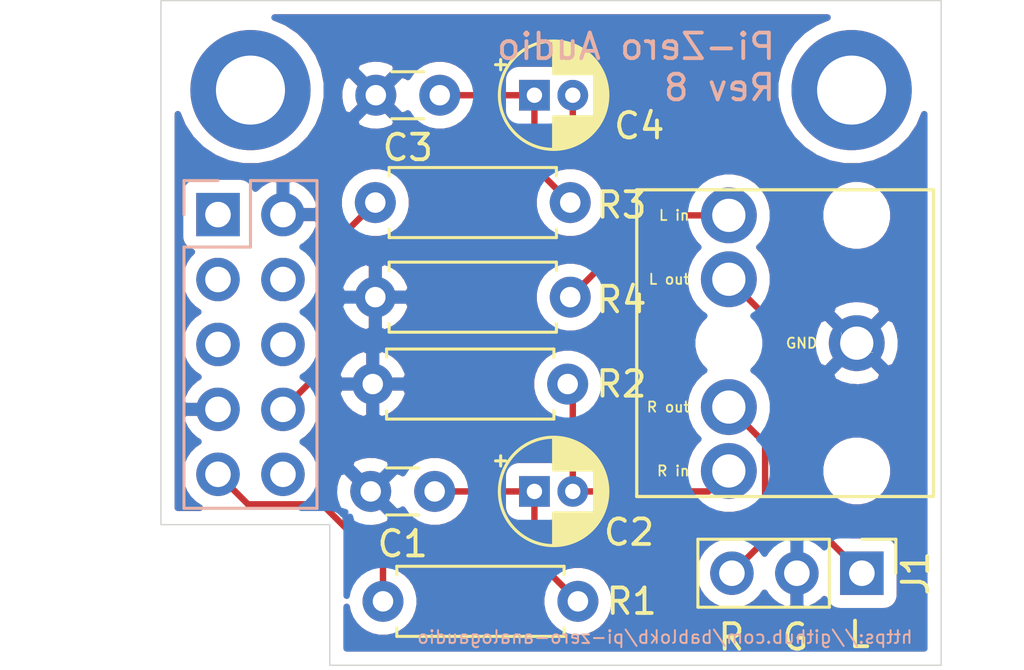
<source format=kicad_pcb>
(kicad_pcb (version 20171130) (host pcbnew 5.1.5-5.1.5)

  (general
    (thickness 1.6)
    (drawings 11)
    (tracks 31)
    (zones 0)
    (modules 13)
    (nets 16)
  )

  (page A4)
  (layers
    (0 F.Cu signal)
    (31 B.Cu signal)
    (32 B.Adhes user)
    (33 F.Adhes user)
    (34 B.Paste user)
    (35 F.Paste user)
    (36 B.SilkS user)
    (37 F.SilkS user)
    (38 B.Mask user)
    (39 F.Mask user)
    (40 Dwgs.User user)
    (41 Cmts.User user)
    (42 Eco1.User user)
    (43 Eco2.User user)
    (44 Edge.Cuts user)
    (45 Margin user)
    (46 B.CrtYd user)
    (47 F.CrtYd user)
    (48 B.Fab user)
    (49 F.Fab user)
  )

  (setup
    (last_trace_width 0.25)
    (trace_clearance 0.2)
    (zone_clearance 0.508)
    (zone_45_only no)
    (trace_min 0.2)
    (via_size 0.8)
    (via_drill 0.4)
    (via_min_size 0.4)
    (via_min_drill 0.3)
    (uvia_size 0.3)
    (uvia_drill 0.1)
    (uvias_allowed no)
    (uvia_min_size 0.2)
    (uvia_min_drill 0.1)
    (edge_width 0.05)
    (segment_width 0.2)
    (pcb_text_width 0.3)
    (pcb_text_size 1.5 1.5)
    (mod_edge_width 0.12)
    (mod_text_size 1 1)
    (mod_text_width 0.15)
    (pad_size 1.6 1.6)
    (pad_drill 0.8)
    (pad_to_mask_clearance 0.051)
    (solder_mask_min_width 0.25)
    (aux_axis_origin 87 59)
    (grid_origin 87 59)
    (visible_elements FFFFFF7F)
    (pcbplotparams
      (layerselection 0x010fc_ffffffff)
      (usegerberextensions false)
      (usegerberattributes false)
      (usegerberadvancedattributes false)
      (creategerberjobfile false)
      (excludeedgelayer true)
      (linewidth 0.100000)
      (plotframeref false)
      (viasonmask false)
      (mode 1)
      (useauxorigin false)
      (hpglpennumber 1)
      (hpglpenspeed 20)
      (hpglpendiameter 15.000000)
      (psnegative false)
      (psa4output false)
      (plotreference true)
      (plotvalue true)
      (plotinvisibletext false)
      (padsonsilk false)
      (subtractmaskfromsilk false)
      (outputformat 1)
      (mirror false)
      (drillshape 1)
      (scaleselection 1)
      (outputdirectory ""))
  )

  (net 0 "")
  (net 1 "Net-(C1-Pad1)")
  (net 2 "Net-(C2-Pad2)")
  (net 3 "Net-(C3-Pad1)")
  (net 4 "Net-(C4-Pad2)")
  (net 5 "Net-(J2-Pad1)")
  (net 6 "Net-(J2-Pad3)")
  (net 7 "Net-(J2-Pad4)")
  (net 8 "Net-(J2-Pad5)")
  (net 9 "Net-(J2-Pad6)")
  (net 10 "Net-(J2-Pad8)")
  (net 11 "Net-(J2-Pad9)")
  (net 12 "Net-(J2-Pad10)")
  (net 13 GND)
  (net 14 "Net-(J1-Pad3)")
  (net 15 "Net-(J1-Pad1)")

  (net_class Default "Dies ist die voreingestellte Netzklasse."
    (clearance 0.2)
    (trace_width 0.25)
    (via_dia 0.8)
    (via_drill 0.4)
    (uvia_dia 0.3)
    (uvia_drill 0.1)
    (add_net GND)
    (add_net "Net-(C1-Pad1)")
    (add_net "Net-(C2-Pad2)")
    (add_net "Net-(C3-Pad1)")
    (add_net "Net-(C4-Pad2)")
    (add_net "Net-(J1-Pad1)")
    (add_net "Net-(J1-Pad3)")
    (add_net "Net-(J2-Pad1)")
    (add_net "Net-(J2-Pad10)")
    (add_net "Net-(J2-Pad3)")
    (add_net "Net-(J2-Pad4)")
    (add_net "Net-(J2-Pad5)")
    (add_net "Net-(J2-Pad6)")
    (add_net "Net-(J2-Pad8)")
    (add_net "Net-(J2-Pad9)")
  )

  (module Download:STX-3120-5B (layer F.Cu) (tedit 5E1AC582) (tstamp 5E14A637)
    (at 114.2 72.4 180)
    (path /5E14E2BF)
    (fp_text reference U1 (at 0 0) (layer F.SilkS)
      (effects (font (size 0.787402 0.787402) (thickness 0.015)))
    )
    (fp_text value STX-3120-5B (at -1 2.5) (layer F.Fab)
      (effects (font (size 0.787402 0.787402) (thickness 0.015)))
    )
    (fp_text user GND (at 1.5 0) (layer F.SilkS)
      (effects (font (size 0.4 0.4) (thickness 0.07)) (justify right))
    )
    (fp_text user "L in" (at 6.5 5) (layer F.SilkS)
      (effects (font (size 0.4 0.4) (thickness 0.07)) (justify right))
    )
    (fp_text user "L out" (at 6.5 2.5) (layer F.SilkS)
      (effects (font (size 0.4 0.4) (thickness 0.07)) (justify right))
    )
    (fp_text user "R out" (at 6.5 -2.5) (layer F.SilkS)
      (effects (font (size 0.4 0.4) (thickness 0.07)) (justify right))
    )
    (fp_text user "R in" (at 6.5 -5) (layer F.SilkS)
      (effects (font (size 0.4 0.4) (thickness 0.07)) (justify right))
    )
    (fp_line (start -3 3.4) (end -3 -3.4) (layer F.Fab) (width 0.127))
    (fp_line (start -6.5 3.4) (end -3 3.4) (layer F.Fab) (width 0.127))
    (fp_line (start -6.5 -3.4) (end -6.5 3.4) (layer F.Fab) (width 0.127))
    (fp_line (start -3 -3.4) (end -6.5 -3.4) (layer F.Fab) (width 0.127))
    (fp_line (start -3 6) (end -3 -6) (layer F.SilkS) (width 0.127))
    (fp_line (start 8.6 6) (end -3 6) (layer F.SilkS) (width 0.127))
    (fp_line (start 8.6 -6) (end 8.6 6) (layer F.SilkS) (width 0.127))
    (fp_line (start -3 -6) (end 8.6 -6) (layer F.SilkS) (width 0.127))
    (pad 4 thru_hole circle (at 5 -2.5 180) (size 2.1844 2.1844) (drill 1.3) (layers *.Cu *.Mask)
      (net 14 "Net-(J1-Pad3)"))
    (pad 3 thru_hole circle (at 5 2.5 180) (size 2.1844 2.1844) (drill 1.3) (layers *.Cu *.Mask)
      (net 15 "Net-(J1-Pad1)"))
    (pad None np_thru_hole circle (at 5 0 180) (size 1.6 1.6) (drill 1.6) (layers *.Cu *.Mask))
    (pad None np_thru_hole circle (at 0 5 180) (size 1.6 1.6) (drill 1.6) (layers *.Cu *.Mask))
    (pad None np_thru_hole circle (at 0 -5 180) (size 1.6 1.6) (drill 1.6) (layers *.Cu *.Mask))
    (pad 2 thru_hole circle (at 5 5 180) (size 2.1844 2.1844) (drill 1.3) (layers *.Cu *.Mask)
      (net 4 "Net-(C4-Pad2)"))
    (pad 5 thru_hole circle (at 5 -5 180) (size 2.1844 2.1844) (drill 1.3) (layers *.Cu *.Mask)
      (net 2 "Net-(C2-Pad2)"))
    (pad 1 thru_hole circle (at 0 0 180) (size 2.1844 2.1844) (drill 1.3) (layers *.Cu *.Mask)
      (net 13 GND))
  )

  (module MountingHole:MountingHole_2.7mm_M2.5_DIN965_Pad (layer F.Cu) (tedit 56D1B4CB) (tstamp 5E1668D9)
    (at 114 62.5)
    (descr "Mounting Hole 2.7mm, M2.5, DIN965")
    (tags "mounting hole 2.7mm m2.5 din965")
    (path /5E162474)
    (attr virtual)
    (fp_text reference H2 (at 0 -3.35) (layer F.SilkS) hide
      (effects (font (size 1 1) (thickness 0.15)))
    )
    (fp_text value MountingHole (at 0 3.35) (layer F.Fab)
      (effects (font (size 1 1) (thickness 0.15)))
    )
    (fp_circle (center 0 0) (end 2.6 0) (layer F.CrtYd) (width 0.05))
    (fp_circle (center 0 0) (end 2.35 0) (layer Cmts.User) (width 0.15))
    (fp_text user %R (at 0.3 0) (layer F.Fab)
      (effects (font (size 1 1) (thickness 0.15)))
    )
    (pad 1 thru_hole circle (at 0 0) (size 4.7 4.7) (drill 2.7) (layers *.Cu *.Mask))
  )

  (module MountingHole:MountingHole_2.7mm_M2.5_DIN965_Pad (layer F.Cu) (tedit 56D1B4CB) (tstamp 5E1668D1)
    (at 90.5 62.5)
    (descr "Mounting Hole 2.7mm, M2.5, DIN965")
    (tags "mounting hole 2.7mm m2.5 din965")
    (path /5E161BC7)
    (attr virtual)
    (fp_text reference H1 (at 0 -3.35) (layer F.SilkS) hide
      (effects (font (size 1 1) (thickness 0.15)))
    )
    (fp_text value MountingHole (at 0 3.35) (layer F.Fab)
      (effects (font (size 1 1) (thickness 0.15)))
    )
    (fp_circle (center 0 0) (end 2.6 0) (layer F.CrtYd) (width 0.05))
    (fp_circle (center 0 0) (end 2.35 0) (layer Cmts.User) (width 0.15))
    (fp_text user %R (at 0.3 0) (layer F.Fab)
      (effects (font (size 1 1) (thickness 0.15)))
    )
    (pad 1 thru_hole circle (at 0 0) (size 4.7 4.7) (drill 2.7) (layers *.Cu *.Mask))
  )

  (module Connector_PinHeader_2.54mm:PinHeader_1x03_P2.54mm_Vertical (layer F.Cu) (tedit 59FED5CC) (tstamp 5E10586D)
    (at 114.4 81.4 270)
    (descr "Through hole straight pin header, 1x03, 2.54mm pitch, single row")
    (tags "Through hole pin header THT 1x03 2.54mm single row")
    (path /5E107AFE)
    (fp_text reference J1 (at 0 -2.1 90) (layer F.SilkS)
      (effects (font (size 1 1) (thickness 0.15)))
    )
    (fp_text value "Audio Out" (at 0 7.41 90) (layer F.Fab)
      (effects (font (size 1 1) (thickness 0.15)))
    )
    (fp_text user %R (at 0 2.54) (layer F.Fab)
      (effects (font (size 1 1) (thickness 0.15)))
    )
    (fp_line (start 1.8 -1.8) (end -1.8 -1.8) (layer F.CrtYd) (width 0.05))
    (fp_line (start 1.8 6.85) (end 1.8 -1.8) (layer F.CrtYd) (width 0.05))
    (fp_line (start -1.8 6.85) (end 1.8 6.85) (layer F.CrtYd) (width 0.05))
    (fp_line (start -1.8 -1.8) (end -1.8 6.85) (layer F.CrtYd) (width 0.05))
    (fp_line (start -1.33 -1.33) (end 0 -1.33) (layer F.SilkS) (width 0.12))
    (fp_line (start -1.33 0) (end -1.33 -1.33) (layer F.SilkS) (width 0.12))
    (fp_line (start -1.33 1.27) (end 1.33 1.27) (layer F.SilkS) (width 0.12))
    (fp_line (start 1.33 1.27) (end 1.33 6.41) (layer F.SilkS) (width 0.12))
    (fp_line (start -1.33 1.27) (end -1.33 6.41) (layer F.SilkS) (width 0.12))
    (fp_line (start -1.33 6.41) (end 1.33 6.41) (layer F.SilkS) (width 0.12))
    (fp_line (start -1.27 -0.635) (end -0.635 -1.27) (layer F.Fab) (width 0.1))
    (fp_line (start -1.27 6.35) (end -1.27 -0.635) (layer F.Fab) (width 0.1))
    (fp_line (start 1.27 6.35) (end -1.27 6.35) (layer F.Fab) (width 0.1))
    (fp_line (start 1.27 -1.27) (end 1.27 6.35) (layer F.Fab) (width 0.1))
    (fp_line (start -0.635 -1.27) (end 1.27 -1.27) (layer F.Fab) (width 0.1))
    (pad 3 thru_hole oval (at 0 5.08 270) (size 1.7 1.7) (drill 1) (layers *.Cu *.Mask)
      (net 14 "Net-(J1-Pad3)"))
    (pad 2 thru_hole oval (at 0 2.54 270) (size 1.7 1.7) (drill 1) (layers *.Cu *.Mask)
      (net 13 GND))
    (pad 1 thru_hole rect (at 0 0 270) (size 1.7 1.7) (drill 1) (layers *.Cu *.Mask)
      (net 15 "Net-(J1-Pad1)"))
    (model ${KISYS3DMOD}/Connector_PinHeader_2.54mm.3dshapes/PinHeader_1x03_P2.54mm_Vertical.wrl
      (at (xyz 0 0 0))
      (scale (xyz 1 1 1))
      (rotate (xyz 0 0 0))
    )
  )

  (module Capacitor_THT:C_Disc_D3.0mm_W1.6mm_P2.50mm (layer F.Cu) (tedit 5E16DE9C) (tstamp 5E07768F)
    (at 97.7 78.2 180)
    (descr "C, Disc series, Radial, pin pitch=2.50mm, , diameter*width=3.0*1.6mm^2, Capacitor, http://www.vishay.com/docs/45233/krseries.pdf")
    (tags "C Disc series Radial pin pitch 2.50mm  diameter 3.0mm width 1.6mm Capacitor")
    (path /5DFF4F28)
    (fp_text reference C1 (at 1.25 -2.05) (layer F.SilkS)
      (effects (font (size 1 1) (thickness 0.15)))
    )
    (fp_text value "33 nF" (at 1.25 2.05) (layer F.Fab)
      (effects (font (size 1 1) (thickness 0.15)))
    )
    (fp_line (start -0.25 -0.8) (end -0.25 0.8) (layer F.Fab) (width 0.1))
    (fp_line (start -0.25 0.8) (end 2.75 0.8) (layer F.Fab) (width 0.1))
    (fp_line (start 2.75 0.8) (end 2.75 -0.8) (layer F.Fab) (width 0.1))
    (fp_line (start 2.75 -0.8) (end -0.25 -0.8) (layer F.Fab) (width 0.1))
    (fp_line (start 0.621 -0.92) (end 1.879 -0.92) (layer F.SilkS) (width 0.12))
    (fp_line (start 0.621 0.92) (end 1.879 0.92) (layer F.SilkS) (width 0.12))
    (fp_line (start -1.05 -1.05) (end -1.05 1.05) (layer F.CrtYd) (width 0.05))
    (fp_line (start -1.05 1.05) (end 3.55 1.05) (layer F.CrtYd) (width 0.05))
    (fp_line (start 3.55 1.05) (end 3.55 -1.05) (layer F.CrtYd) (width 0.05))
    (fp_line (start 3.55 -1.05) (end -1.05 -1.05) (layer F.CrtYd) (width 0.05))
    (fp_text user %R (at 1.25 0) (layer F.Fab)
      (effects (font (size 0.6 0.6) (thickness 0.09)))
    )
    (pad 1 thru_hole circle (at 0 0 180) (size 1.6 1.6) (drill 0.8) (layers *.Cu *.Mask)
      (net 1 "Net-(C1-Pad1)"))
    (pad 2 thru_hole circle (at 2.5 0 180) (size 1.6 1.6) (drill 0.8) (layers *.Cu *.Mask)
      (net 13 GND))
    (model ${KISYS3DMOD}/Capacitor_THT.3dshapes/C_Disc_D3.0mm_W1.6mm_P2.50mm.wrl
      (at (xyz 0 0 0))
      (scale (xyz 1 1 1))
      (rotate (xyz 0 0 0))
    )
  )

  (module Capacitor_THT:CP_Radial_D4.0mm_P1.50mm (layer F.Cu) (tedit 5AE50EF0) (tstamp 5E0776FA)
    (at 101.6 78.2)
    (descr "CP, Radial series, Radial, pin pitch=1.50mm, , diameter=4mm, Electrolytic Capacitor")
    (tags "CP Radial series Radial pin pitch 1.50mm  diameter 4mm Electrolytic Capacitor")
    (path /5DFFAC54)
    (fp_text reference C2 (at 3.7 1.6) (layer F.SilkS)
      (effects (font (size 1 1) (thickness 0.15)))
    )
    (fp_text value "10 µF" (at 0.75 3.25) (layer F.Fab)
      (effects (font (size 1 1) (thickness 0.15)))
    )
    (fp_circle (center 0.75 0) (end 2.75 0) (layer F.Fab) (width 0.1))
    (fp_circle (center 0.75 0) (end 2.87 0) (layer F.SilkS) (width 0.12))
    (fp_circle (center 0.75 0) (end 3 0) (layer F.CrtYd) (width 0.05))
    (fp_line (start -0.952554 -0.8675) (end -0.552554 -0.8675) (layer F.Fab) (width 0.1))
    (fp_line (start -0.752554 -1.0675) (end -0.752554 -0.6675) (layer F.Fab) (width 0.1))
    (fp_line (start 0.75 0.84) (end 0.75 2.08) (layer F.SilkS) (width 0.12))
    (fp_line (start 0.75 -2.08) (end 0.75 -0.84) (layer F.SilkS) (width 0.12))
    (fp_line (start 0.79 0.84) (end 0.79 2.08) (layer F.SilkS) (width 0.12))
    (fp_line (start 0.79 -2.08) (end 0.79 -0.84) (layer F.SilkS) (width 0.12))
    (fp_line (start 0.83 0.84) (end 0.83 2.079) (layer F.SilkS) (width 0.12))
    (fp_line (start 0.83 -2.079) (end 0.83 -0.84) (layer F.SilkS) (width 0.12))
    (fp_line (start 0.87 -2.077) (end 0.87 -0.84) (layer F.SilkS) (width 0.12))
    (fp_line (start 0.87 0.84) (end 0.87 2.077) (layer F.SilkS) (width 0.12))
    (fp_line (start 0.91 -2.074) (end 0.91 -0.84) (layer F.SilkS) (width 0.12))
    (fp_line (start 0.91 0.84) (end 0.91 2.074) (layer F.SilkS) (width 0.12))
    (fp_line (start 0.95 -2.071) (end 0.95 -0.84) (layer F.SilkS) (width 0.12))
    (fp_line (start 0.95 0.84) (end 0.95 2.071) (layer F.SilkS) (width 0.12))
    (fp_line (start 0.99 -2.067) (end 0.99 -0.84) (layer F.SilkS) (width 0.12))
    (fp_line (start 0.99 0.84) (end 0.99 2.067) (layer F.SilkS) (width 0.12))
    (fp_line (start 1.03 -2.062) (end 1.03 -0.84) (layer F.SilkS) (width 0.12))
    (fp_line (start 1.03 0.84) (end 1.03 2.062) (layer F.SilkS) (width 0.12))
    (fp_line (start 1.07 -2.056) (end 1.07 -0.84) (layer F.SilkS) (width 0.12))
    (fp_line (start 1.07 0.84) (end 1.07 2.056) (layer F.SilkS) (width 0.12))
    (fp_line (start 1.11 -2.05) (end 1.11 -0.84) (layer F.SilkS) (width 0.12))
    (fp_line (start 1.11 0.84) (end 1.11 2.05) (layer F.SilkS) (width 0.12))
    (fp_line (start 1.15 -2.042) (end 1.15 -0.84) (layer F.SilkS) (width 0.12))
    (fp_line (start 1.15 0.84) (end 1.15 2.042) (layer F.SilkS) (width 0.12))
    (fp_line (start 1.19 -2.034) (end 1.19 -0.84) (layer F.SilkS) (width 0.12))
    (fp_line (start 1.19 0.84) (end 1.19 2.034) (layer F.SilkS) (width 0.12))
    (fp_line (start 1.23 -2.025) (end 1.23 -0.84) (layer F.SilkS) (width 0.12))
    (fp_line (start 1.23 0.84) (end 1.23 2.025) (layer F.SilkS) (width 0.12))
    (fp_line (start 1.27 -2.016) (end 1.27 -0.84) (layer F.SilkS) (width 0.12))
    (fp_line (start 1.27 0.84) (end 1.27 2.016) (layer F.SilkS) (width 0.12))
    (fp_line (start 1.31 -2.005) (end 1.31 -0.84) (layer F.SilkS) (width 0.12))
    (fp_line (start 1.31 0.84) (end 1.31 2.005) (layer F.SilkS) (width 0.12))
    (fp_line (start 1.35 -1.994) (end 1.35 -0.84) (layer F.SilkS) (width 0.12))
    (fp_line (start 1.35 0.84) (end 1.35 1.994) (layer F.SilkS) (width 0.12))
    (fp_line (start 1.39 -1.982) (end 1.39 -0.84) (layer F.SilkS) (width 0.12))
    (fp_line (start 1.39 0.84) (end 1.39 1.982) (layer F.SilkS) (width 0.12))
    (fp_line (start 1.43 -1.968) (end 1.43 -0.84) (layer F.SilkS) (width 0.12))
    (fp_line (start 1.43 0.84) (end 1.43 1.968) (layer F.SilkS) (width 0.12))
    (fp_line (start 1.471 -1.954) (end 1.471 -0.84) (layer F.SilkS) (width 0.12))
    (fp_line (start 1.471 0.84) (end 1.471 1.954) (layer F.SilkS) (width 0.12))
    (fp_line (start 1.511 -1.94) (end 1.511 -0.84) (layer F.SilkS) (width 0.12))
    (fp_line (start 1.511 0.84) (end 1.511 1.94) (layer F.SilkS) (width 0.12))
    (fp_line (start 1.551 -1.924) (end 1.551 -0.84) (layer F.SilkS) (width 0.12))
    (fp_line (start 1.551 0.84) (end 1.551 1.924) (layer F.SilkS) (width 0.12))
    (fp_line (start 1.591 -1.907) (end 1.591 -0.84) (layer F.SilkS) (width 0.12))
    (fp_line (start 1.591 0.84) (end 1.591 1.907) (layer F.SilkS) (width 0.12))
    (fp_line (start 1.631 -1.889) (end 1.631 -0.84) (layer F.SilkS) (width 0.12))
    (fp_line (start 1.631 0.84) (end 1.631 1.889) (layer F.SilkS) (width 0.12))
    (fp_line (start 1.671 -1.87) (end 1.671 -0.84) (layer F.SilkS) (width 0.12))
    (fp_line (start 1.671 0.84) (end 1.671 1.87) (layer F.SilkS) (width 0.12))
    (fp_line (start 1.711 -1.851) (end 1.711 -0.84) (layer F.SilkS) (width 0.12))
    (fp_line (start 1.711 0.84) (end 1.711 1.851) (layer F.SilkS) (width 0.12))
    (fp_line (start 1.751 -1.83) (end 1.751 -0.84) (layer F.SilkS) (width 0.12))
    (fp_line (start 1.751 0.84) (end 1.751 1.83) (layer F.SilkS) (width 0.12))
    (fp_line (start 1.791 -1.808) (end 1.791 -0.84) (layer F.SilkS) (width 0.12))
    (fp_line (start 1.791 0.84) (end 1.791 1.808) (layer F.SilkS) (width 0.12))
    (fp_line (start 1.831 -1.785) (end 1.831 -0.84) (layer F.SilkS) (width 0.12))
    (fp_line (start 1.831 0.84) (end 1.831 1.785) (layer F.SilkS) (width 0.12))
    (fp_line (start 1.871 -1.76) (end 1.871 -0.84) (layer F.SilkS) (width 0.12))
    (fp_line (start 1.871 0.84) (end 1.871 1.76) (layer F.SilkS) (width 0.12))
    (fp_line (start 1.911 -1.735) (end 1.911 -0.84) (layer F.SilkS) (width 0.12))
    (fp_line (start 1.911 0.84) (end 1.911 1.735) (layer F.SilkS) (width 0.12))
    (fp_line (start 1.951 -1.708) (end 1.951 -0.84) (layer F.SilkS) (width 0.12))
    (fp_line (start 1.951 0.84) (end 1.951 1.708) (layer F.SilkS) (width 0.12))
    (fp_line (start 1.991 -1.68) (end 1.991 -0.84) (layer F.SilkS) (width 0.12))
    (fp_line (start 1.991 0.84) (end 1.991 1.68) (layer F.SilkS) (width 0.12))
    (fp_line (start 2.031 -1.65) (end 2.031 -0.84) (layer F.SilkS) (width 0.12))
    (fp_line (start 2.031 0.84) (end 2.031 1.65) (layer F.SilkS) (width 0.12))
    (fp_line (start 2.071 -1.619) (end 2.071 -0.84) (layer F.SilkS) (width 0.12))
    (fp_line (start 2.071 0.84) (end 2.071 1.619) (layer F.SilkS) (width 0.12))
    (fp_line (start 2.111 -1.587) (end 2.111 -0.84) (layer F.SilkS) (width 0.12))
    (fp_line (start 2.111 0.84) (end 2.111 1.587) (layer F.SilkS) (width 0.12))
    (fp_line (start 2.151 -1.552) (end 2.151 -0.84) (layer F.SilkS) (width 0.12))
    (fp_line (start 2.151 0.84) (end 2.151 1.552) (layer F.SilkS) (width 0.12))
    (fp_line (start 2.191 -1.516) (end 2.191 -0.84) (layer F.SilkS) (width 0.12))
    (fp_line (start 2.191 0.84) (end 2.191 1.516) (layer F.SilkS) (width 0.12))
    (fp_line (start 2.231 -1.478) (end 2.231 -0.84) (layer F.SilkS) (width 0.12))
    (fp_line (start 2.231 0.84) (end 2.231 1.478) (layer F.SilkS) (width 0.12))
    (fp_line (start 2.271 -1.438) (end 2.271 -0.84) (layer F.SilkS) (width 0.12))
    (fp_line (start 2.271 0.84) (end 2.271 1.438) (layer F.SilkS) (width 0.12))
    (fp_line (start 2.311 -1.396) (end 2.311 -0.84) (layer F.SilkS) (width 0.12))
    (fp_line (start 2.311 0.84) (end 2.311 1.396) (layer F.SilkS) (width 0.12))
    (fp_line (start 2.351 -1.351) (end 2.351 1.351) (layer F.SilkS) (width 0.12))
    (fp_line (start 2.391 -1.304) (end 2.391 1.304) (layer F.SilkS) (width 0.12))
    (fp_line (start 2.431 -1.254) (end 2.431 1.254) (layer F.SilkS) (width 0.12))
    (fp_line (start 2.471 -1.2) (end 2.471 1.2) (layer F.SilkS) (width 0.12))
    (fp_line (start 2.511 -1.142) (end 2.511 1.142) (layer F.SilkS) (width 0.12))
    (fp_line (start 2.551 -1.08) (end 2.551 1.08) (layer F.SilkS) (width 0.12))
    (fp_line (start 2.591 -1.013) (end 2.591 1.013) (layer F.SilkS) (width 0.12))
    (fp_line (start 2.631 -0.94) (end 2.631 0.94) (layer F.SilkS) (width 0.12))
    (fp_line (start 2.671 -0.859) (end 2.671 0.859) (layer F.SilkS) (width 0.12))
    (fp_line (start 2.711 -0.768) (end 2.711 0.768) (layer F.SilkS) (width 0.12))
    (fp_line (start 2.751 -0.664) (end 2.751 0.664) (layer F.SilkS) (width 0.12))
    (fp_line (start 2.791 -0.537) (end 2.791 0.537) (layer F.SilkS) (width 0.12))
    (fp_line (start 2.831 -0.37) (end 2.831 0.37) (layer F.SilkS) (width 0.12))
    (fp_line (start -1.519801 -1.195) (end -1.119801 -1.195) (layer F.SilkS) (width 0.12))
    (fp_line (start -1.319801 -1.395) (end -1.319801 -0.995) (layer F.SilkS) (width 0.12))
    (fp_text user %R (at 0.75 0) (layer F.Fab)
      (effects (font (size 0.8 0.8) (thickness 0.12)))
    )
    (pad 1 thru_hole rect (at 0 0) (size 1.2 1.2) (drill 0.6) (layers *.Cu *.Mask)
      (net 1 "Net-(C1-Pad1)"))
    (pad 2 thru_hole circle (at 1.5 0) (size 1.2 1.2) (drill 0.6) (layers *.Cu *.Mask)
      (net 2 "Net-(C2-Pad2)"))
    (model ${KISYS3DMOD}/Capacitor_THT.3dshapes/CP_Radial_D4.0mm_P1.50mm.wrl
      (at (xyz 0 0 0))
      (scale (xyz 1 1 1))
      (rotate (xyz 0 0 0))
    )
  )

  (module Capacitor_THT:C_Disc_D3.0mm_W1.6mm_P2.50mm (layer F.Cu) (tedit 5E16DEC0) (tstamp 5E07770B)
    (at 97.9 62.7 180)
    (descr "C, Disc series, Radial, pin pitch=2.50mm, , diameter*width=3.0*1.6mm^2, Capacitor, http://www.vishay.com/docs/45233/krseries.pdf")
    (tags "C Disc series Radial pin pitch 2.50mm  diameter 3.0mm width 1.6mm Capacitor")
    (path /5E007067)
    (fp_text reference C3 (at 1.25 -2.05) (layer F.SilkS)
      (effects (font (size 1 1) (thickness 0.15)))
    )
    (fp_text value "33 nF" (at 1.25 2.05) (layer F.Fab)
      (effects (font (size 1 1) (thickness 0.15)))
    )
    (fp_line (start -0.25 -0.8) (end -0.25 0.8) (layer F.Fab) (width 0.1))
    (fp_line (start -0.25 0.8) (end 2.75 0.8) (layer F.Fab) (width 0.1))
    (fp_line (start 2.75 0.8) (end 2.75 -0.8) (layer F.Fab) (width 0.1))
    (fp_line (start 2.75 -0.8) (end -0.25 -0.8) (layer F.Fab) (width 0.1))
    (fp_line (start 0.621 -0.92) (end 1.879 -0.92) (layer F.SilkS) (width 0.12))
    (fp_line (start 0.621 0.92) (end 1.879 0.92) (layer F.SilkS) (width 0.12))
    (fp_line (start -1.05 -1.05) (end -1.05 1.05) (layer F.CrtYd) (width 0.05))
    (fp_line (start -1.05 1.05) (end 3.55 1.05) (layer F.CrtYd) (width 0.05))
    (fp_line (start 3.55 1.05) (end 3.55 -1.05) (layer F.CrtYd) (width 0.05))
    (fp_line (start 3.55 -1.05) (end -1.05 -1.05) (layer F.CrtYd) (width 0.05))
    (fp_text user %R (at 1.25 0) (layer F.Fab)
      (effects (font (size 0.6 0.6) (thickness 0.09)))
    )
    (pad 1 thru_hole circle (at 0 0 180) (size 1.6 1.6) (drill 0.8) (layers *.Cu *.Mask)
      (net 3 "Net-(C3-Pad1)"))
    (pad 2 thru_hole circle (at 2.5 0 180) (size 1.6 1.6) (drill 0.8) (layers *.Cu *.Mask)
      (net 13 GND))
    (model ${KISYS3DMOD}/Capacitor_THT.3dshapes/C_Disc_D3.0mm_W1.6mm_P2.50mm.wrl
      (at (xyz 0 0 0))
      (scale (xyz 1 1 1))
      (rotate (xyz 0 0 0))
    )
  )

  (module Capacitor_THT:CP_Radial_D4.0mm_P1.50mm (layer F.Cu) (tedit 5AE50EF0) (tstamp 5E077776)
    (at 101.6 62.7)
    (descr "CP, Radial series, Radial, pin pitch=1.50mm, , diameter=4mm, Electrolytic Capacitor")
    (tags "CP Radial series Radial pin pitch 1.50mm  diameter 4mm Electrolytic Capacitor")
    (path /5E007071)
    (fp_text reference C4 (at 4.1 1.2) (layer F.SilkS)
      (effects (font (size 1 1) (thickness 0.15)))
    )
    (fp_text value "10 µF" (at 0.75 3.25) (layer F.Fab)
      (effects (font (size 1 1) (thickness 0.15)))
    )
    (fp_text user %R (at 0.75 0) (layer F.Fab)
      (effects (font (size 0.8 0.8) (thickness 0.12)))
    )
    (fp_line (start -1.319801 -1.395) (end -1.319801 -0.995) (layer F.SilkS) (width 0.12))
    (fp_line (start -1.519801 -1.195) (end -1.119801 -1.195) (layer F.SilkS) (width 0.12))
    (fp_line (start 2.831 -0.37) (end 2.831 0.37) (layer F.SilkS) (width 0.12))
    (fp_line (start 2.791 -0.537) (end 2.791 0.537) (layer F.SilkS) (width 0.12))
    (fp_line (start 2.751 -0.664) (end 2.751 0.664) (layer F.SilkS) (width 0.12))
    (fp_line (start 2.711 -0.768) (end 2.711 0.768) (layer F.SilkS) (width 0.12))
    (fp_line (start 2.671 -0.859) (end 2.671 0.859) (layer F.SilkS) (width 0.12))
    (fp_line (start 2.631 -0.94) (end 2.631 0.94) (layer F.SilkS) (width 0.12))
    (fp_line (start 2.591 -1.013) (end 2.591 1.013) (layer F.SilkS) (width 0.12))
    (fp_line (start 2.551 -1.08) (end 2.551 1.08) (layer F.SilkS) (width 0.12))
    (fp_line (start 2.511 -1.142) (end 2.511 1.142) (layer F.SilkS) (width 0.12))
    (fp_line (start 2.471 -1.2) (end 2.471 1.2) (layer F.SilkS) (width 0.12))
    (fp_line (start 2.431 -1.254) (end 2.431 1.254) (layer F.SilkS) (width 0.12))
    (fp_line (start 2.391 -1.304) (end 2.391 1.304) (layer F.SilkS) (width 0.12))
    (fp_line (start 2.351 -1.351) (end 2.351 1.351) (layer F.SilkS) (width 0.12))
    (fp_line (start 2.311 0.84) (end 2.311 1.396) (layer F.SilkS) (width 0.12))
    (fp_line (start 2.311 -1.396) (end 2.311 -0.84) (layer F.SilkS) (width 0.12))
    (fp_line (start 2.271 0.84) (end 2.271 1.438) (layer F.SilkS) (width 0.12))
    (fp_line (start 2.271 -1.438) (end 2.271 -0.84) (layer F.SilkS) (width 0.12))
    (fp_line (start 2.231 0.84) (end 2.231 1.478) (layer F.SilkS) (width 0.12))
    (fp_line (start 2.231 -1.478) (end 2.231 -0.84) (layer F.SilkS) (width 0.12))
    (fp_line (start 2.191 0.84) (end 2.191 1.516) (layer F.SilkS) (width 0.12))
    (fp_line (start 2.191 -1.516) (end 2.191 -0.84) (layer F.SilkS) (width 0.12))
    (fp_line (start 2.151 0.84) (end 2.151 1.552) (layer F.SilkS) (width 0.12))
    (fp_line (start 2.151 -1.552) (end 2.151 -0.84) (layer F.SilkS) (width 0.12))
    (fp_line (start 2.111 0.84) (end 2.111 1.587) (layer F.SilkS) (width 0.12))
    (fp_line (start 2.111 -1.587) (end 2.111 -0.84) (layer F.SilkS) (width 0.12))
    (fp_line (start 2.071 0.84) (end 2.071 1.619) (layer F.SilkS) (width 0.12))
    (fp_line (start 2.071 -1.619) (end 2.071 -0.84) (layer F.SilkS) (width 0.12))
    (fp_line (start 2.031 0.84) (end 2.031 1.65) (layer F.SilkS) (width 0.12))
    (fp_line (start 2.031 -1.65) (end 2.031 -0.84) (layer F.SilkS) (width 0.12))
    (fp_line (start 1.991 0.84) (end 1.991 1.68) (layer F.SilkS) (width 0.12))
    (fp_line (start 1.991 -1.68) (end 1.991 -0.84) (layer F.SilkS) (width 0.12))
    (fp_line (start 1.951 0.84) (end 1.951 1.708) (layer F.SilkS) (width 0.12))
    (fp_line (start 1.951 -1.708) (end 1.951 -0.84) (layer F.SilkS) (width 0.12))
    (fp_line (start 1.911 0.84) (end 1.911 1.735) (layer F.SilkS) (width 0.12))
    (fp_line (start 1.911 -1.735) (end 1.911 -0.84) (layer F.SilkS) (width 0.12))
    (fp_line (start 1.871 0.84) (end 1.871 1.76) (layer F.SilkS) (width 0.12))
    (fp_line (start 1.871 -1.76) (end 1.871 -0.84) (layer F.SilkS) (width 0.12))
    (fp_line (start 1.831 0.84) (end 1.831 1.785) (layer F.SilkS) (width 0.12))
    (fp_line (start 1.831 -1.785) (end 1.831 -0.84) (layer F.SilkS) (width 0.12))
    (fp_line (start 1.791 0.84) (end 1.791 1.808) (layer F.SilkS) (width 0.12))
    (fp_line (start 1.791 -1.808) (end 1.791 -0.84) (layer F.SilkS) (width 0.12))
    (fp_line (start 1.751 0.84) (end 1.751 1.83) (layer F.SilkS) (width 0.12))
    (fp_line (start 1.751 -1.83) (end 1.751 -0.84) (layer F.SilkS) (width 0.12))
    (fp_line (start 1.711 0.84) (end 1.711 1.851) (layer F.SilkS) (width 0.12))
    (fp_line (start 1.711 -1.851) (end 1.711 -0.84) (layer F.SilkS) (width 0.12))
    (fp_line (start 1.671 0.84) (end 1.671 1.87) (layer F.SilkS) (width 0.12))
    (fp_line (start 1.671 -1.87) (end 1.671 -0.84) (layer F.SilkS) (width 0.12))
    (fp_line (start 1.631 0.84) (end 1.631 1.889) (layer F.SilkS) (width 0.12))
    (fp_line (start 1.631 -1.889) (end 1.631 -0.84) (layer F.SilkS) (width 0.12))
    (fp_line (start 1.591 0.84) (end 1.591 1.907) (layer F.SilkS) (width 0.12))
    (fp_line (start 1.591 -1.907) (end 1.591 -0.84) (layer F.SilkS) (width 0.12))
    (fp_line (start 1.551 0.84) (end 1.551 1.924) (layer F.SilkS) (width 0.12))
    (fp_line (start 1.551 -1.924) (end 1.551 -0.84) (layer F.SilkS) (width 0.12))
    (fp_line (start 1.511 0.84) (end 1.511 1.94) (layer F.SilkS) (width 0.12))
    (fp_line (start 1.511 -1.94) (end 1.511 -0.84) (layer F.SilkS) (width 0.12))
    (fp_line (start 1.471 0.84) (end 1.471 1.954) (layer F.SilkS) (width 0.12))
    (fp_line (start 1.471 -1.954) (end 1.471 -0.84) (layer F.SilkS) (width 0.12))
    (fp_line (start 1.43 0.84) (end 1.43 1.968) (layer F.SilkS) (width 0.12))
    (fp_line (start 1.43 -1.968) (end 1.43 -0.84) (layer F.SilkS) (width 0.12))
    (fp_line (start 1.39 0.84) (end 1.39 1.982) (layer F.SilkS) (width 0.12))
    (fp_line (start 1.39 -1.982) (end 1.39 -0.84) (layer F.SilkS) (width 0.12))
    (fp_line (start 1.35 0.84) (end 1.35 1.994) (layer F.SilkS) (width 0.12))
    (fp_line (start 1.35 -1.994) (end 1.35 -0.84) (layer F.SilkS) (width 0.12))
    (fp_line (start 1.31 0.84) (end 1.31 2.005) (layer F.SilkS) (width 0.12))
    (fp_line (start 1.31 -2.005) (end 1.31 -0.84) (layer F.SilkS) (width 0.12))
    (fp_line (start 1.27 0.84) (end 1.27 2.016) (layer F.SilkS) (width 0.12))
    (fp_line (start 1.27 -2.016) (end 1.27 -0.84) (layer F.SilkS) (width 0.12))
    (fp_line (start 1.23 0.84) (end 1.23 2.025) (layer F.SilkS) (width 0.12))
    (fp_line (start 1.23 -2.025) (end 1.23 -0.84) (layer F.SilkS) (width 0.12))
    (fp_line (start 1.19 0.84) (end 1.19 2.034) (layer F.SilkS) (width 0.12))
    (fp_line (start 1.19 -2.034) (end 1.19 -0.84) (layer F.SilkS) (width 0.12))
    (fp_line (start 1.15 0.84) (end 1.15 2.042) (layer F.SilkS) (width 0.12))
    (fp_line (start 1.15 -2.042) (end 1.15 -0.84) (layer F.SilkS) (width 0.12))
    (fp_line (start 1.11 0.84) (end 1.11 2.05) (layer F.SilkS) (width 0.12))
    (fp_line (start 1.11 -2.05) (end 1.11 -0.84) (layer F.SilkS) (width 0.12))
    (fp_line (start 1.07 0.84) (end 1.07 2.056) (layer F.SilkS) (width 0.12))
    (fp_line (start 1.07 -2.056) (end 1.07 -0.84) (layer F.SilkS) (width 0.12))
    (fp_line (start 1.03 0.84) (end 1.03 2.062) (layer F.SilkS) (width 0.12))
    (fp_line (start 1.03 -2.062) (end 1.03 -0.84) (layer F.SilkS) (width 0.12))
    (fp_line (start 0.99 0.84) (end 0.99 2.067) (layer F.SilkS) (width 0.12))
    (fp_line (start 0.99 -2.067) (end 0.99 -0.84) (layer F.SilkS) (width 0.12))
    (fp_line (start 0.95 0.84) (end 0.95 2.071) (layer F.SilkS) (width 0.12))
    (fp_line (start 0.95 -2.071) (end 0.95 -0.84) (layer F.SilkS) (width 0.12))
    (fp_line (start 0.91 0.84) (end 0.91 2.074) (layer F.SilkS) (width 0.12))
    (fp_line (start 0.91 -2.074) (end 0.91 -0.84) (layer F.SilkS) (width 0.12))
    (fp_line (start 0.87 0.84) (end 0.87 2.077) (layer F.SilkS) (width 0.12))
    (fp_line (start 0.87 -2.077) (end 0.87 -0.84) (layer F.SilkS) (width 0.12))
    (fp_line (start 0.83 -2.079) (end 0.83 -0.84) (layer F.SilkS) (width 0.12))
    (fp_line (start 0.83 0.84) (end 0.83 2.079) (layer F.SilkS) (width 0.12))
    (fp_line (start 0.79 -2.08) (end 0.79 -0.84) (layer F.SilkS) (width 0.12))
    (fp_line (start 0.79 0.84) (end 0.79 2.08) (layer F.SilkS) (width 0.12))
    (fp_line (start 0.75 -2.08) (end 0.75 -0.84) (layer F.SilkS) (width 0.12))
    (fp_line (start 0.75 0.84) (end 0.75 2.08) (layer F.SilkS) (width 0.12))
    (fp_line (start -0.752554 -1.0675) (end -0.752554 -0.6675) (layer F.Fab) (width 0.1))
    (fp_line (start -0.952554 -0.8675) (end -0.552554 -0.8675) (layer F.Fab) (width 0.1))
    (fp_circle (center 0.75 0) (end 3 0) (layer F.CrtYd) (width 0.05))
    (fp_circle (center 0.75 0) (end 2.87 0) (layer F.SilkS) (width 0.12))
    (fp_circle (center 0.75 0) (end 2.75 0) (layer F.Fab) (width 0.1))
    (pad 2 thru_hole circle (at 1.5 0) (size 1.2 1.2) (drill 0.6) (layers *.Cu *.Mask)
      (net 4 "Net-(C4-Pad2)"))
    (pad 1 thru_hole rect (at 0 0) (size 1.2 1.2) (drill 0.6) (layers *.Cu *.Mask)
      (net 3 "Net-(C3-Pad1)"))
    (model ${KISYS3DMOD}/Capacitor_THT.3dshapes/CP_Radial_D4.0mm_P1.50mm.wrl
      (at (xyz 0 0 0))
      (scale (xyz 1 1 1))
      (rotate (xyz 0 0 0))
    )
  )

  (module Connector_PinSocket_2.54mm:PinSocket_2x05_P2.54mm_Vertical (layer B.Cu) (tedit 5E16DE8F) (tstamp 5E0777B9)
    (at 89.23 67.37 180)
    (descr "Through hole straight socket strip, 2x05, 2.54mm pitch, double cols (from Kicad 4.0.7), script generated")
    (tags "Through hole socket strip THT 2x05 2.54mm double row")
    (path /5E0099F7)
    (fp_text reference J2 (at -1.17 -12.43) (layer B.SilkS) hide
      (effects (font (size 1 1) (thickness 0.15)) (justify mirror))
    )
    (fp_text value "Pi Connector 2x5 Female" (at -1.27 -12.93) (layer B.Fab)
      (effects (font (size 1 1) (thickness 0.15)) (justify mirror))
    )
    (fp_line (start -3.81 1.27) (end 0.27 1.27) (layer B.Fab) (width 0.1))
    (fp_line (start 0.27 1.27) (end 1.27 0.27) (layer B.Fab) (width 0.1))
    (fp_line (start 1.27 0.27) (end 1.27 -11.43) (layer B.Fab) (width 0.1))
    (fp_line (start 1.27 -11.43) (end -3.81 -11.43) (layer B.Fab) (width 0.1))
    (fp_line (start -3.81 -11.43) (end -3.81 1.27) (layer B.Fab) (width 0.1))
    (fp_line (start -3.87 1.33) (end -1.27 1.33) (layer B.SilkS) (width 0.12))
    (fp_line (start -3.87 1.33) (end -3.87 -11.49) (layer B.SilkS) (width 0.12))
    (fp_line (start -3.87 -11.49) (end 1.33 -11.49) (layer B.SilkS) (width 0.12))
    (fp_line (start 1.33 -1.27) (end 1.33 -11.49) (layer B.SilkS) (width 0.12))
    (fp_line (start -1.27 -1.27) (end 1.33 -1.27) (layer B.SilkS) (width 0.12))
    (fp_line (start -1.27 1.33) (end -1.27 -1.27) (layer B.SilkS) (width 0.12))
    (fp_line (start 1.33 1.33) (end 1.33 0) (layer B.SilkS) (width 0.12))
    (fp_line (start 0 1.33) (end 1.33 1.33) (layer B.SilkS) (width 0.12))
    (fp_line (start -4.34 1.8) (end 1.76 1.8) (layer B.CrtYd) (width 0.05))
    (fp_line (start 1.76 1.8) (end 1.76 -11.9) (layer B.CrtYd) (width 0.05))
    (fp_line (start 1.76 -11.9) (end -4.34 -11.9) (layer B.CrtYd) (width 0.05))
    (fp_line (start -4.34 -11.9) (end -4.34 1.8) (layer B.CrtYd) (width 0.05))
    (fp_text user %R (at -1.27 -5.08 270) (layer B.Fab)
      (effects (font (size 1 1) (thickness 0.15)) (justify mirror))
    )
    (pad 1 thru_hole rect (at 0 0 180) (size 1.7 1.7) (drill 1) (layers *.Cu *.Mask)
      (net 5 "Net-(J2-Pad1)"))
    (pad 2 thru_hole oval (at -2.54 0 180) (size 1.7 1.7) (drill 1) (layers *.Cu *.Mask)
      (net 13 GND))
    (pad 3 thru_hole oval (at 0 -2.54 180) (size 1.7 1.7) (drill 1) (layers *.Cu *.Mask)
      (net 6 "Net-(J2-Pad3)"))
    (pad 4 thru_hole oval (at -2.54 -2.54 180) (size 1.7 1.7) (drill 1) (layers *.Cu *.Mask)
      (net 7 "Net-(J2-Pad4)"))
    (pad 5 thru_hole oval (at 0 -5.08 180) (size 1.7 1.7) (drill 1) (layers *.Cu *.Mask)
      (net 8 "Net-(J2-Pad5)"))
    (pad 6 thru_hole oval (at -2.54 -5.08 180) (size 1.7 1.7) (drill 1) (layers *.Cu *.Mask)
      (net 9 "Net-(J2-Pad6)"))
    (pad 7 thru_hole oval (at 0 -7.62 180) (size 1.7 1.7) (drill 1) (layers *.Cu *.Mask)
      (net 13 GND))
    (pad 8 thru_hole oval (at -2.54 -7.62 180) (size 1.7 1.7) (drill 1) (layers *.Cu *.Mask)
      (net 10 "Net-(J2-Pad8)"))
    (pad 9 thru_hole oval (at 0 -10.16 180) (size 1.7 1.7) (drill 1) (layers *.Cu *.Mask)
      (net 11 "Net-(J2-Pad9)"))
    (pad 10 thru_hole oval (at -2.54 -10.16 180) (size 1.7 1.7) (drill 1) (layers *.Cu *.Mask)
      (net 12 "Net-(J2-Pad10)"))
    (model ${KISYS3DMOD}/Connector_PinSocket_2.54mm.3dshapes/PinSocket_2x05_P2.54mm_Vertical.wrl
      (at (xyz 0 0 0))
      (scale (xyz 1 1 1))
      (rotate (xyz 0 0 0))
    )
  )

  (module Resistor_THT:R_Axial_DIN0207_L6.3mm_D2.5mm_P7.62mm_Horizontal (layer F.Cu) (tedit 5AE5139B) (tstamp 5E0777E6)
    (at 103.3 82.5 180)
    (descr "Resistor, Axial_DIN0207 series, Axial, Horizontal, pin pitch=7.62mm, 0.25W = 1/4W, length*diameter=6.3*2.5mm^2, http://cdn-reichelt.de/documents/datenblatt/B400/1_4W%23YAG.pdf")
    (tags "Resistor Axial_DIN0207 series Axial Horizontal pin pitch 7.62mm 0.25W = 1/4W length 6.3mm diameter 2.5mm")
    (path /5DFF3DA6)
    (fp_text reference R1 (at -2.1 0) (layer F.SilkS)
      (effects (font (size 1 1) (thickness 0.15)))
    )
    (fp_text value "270 Ohm" (at 3.81 2.37) (layer F.Fab)
      (effects (font (size 1 1) (thickness 0.15)))
    )
    (fp_line (start 0.66 -1.25) (end 0.66 1.25) (layer F.Fab) (width 0.1))
    (fp_line (start 0.66 1.25) (end 6.96 1.25) (layer F.Fab) (width 0.1))
    (fp_line (start 6.96 1.25) (end 6.96 -1.25) (layer F.Fab) (width 0.1))
    (fp_line (start 6.96 -1.25) (end 0.66 -1.25) (layer F.Fab) (width 0.1))
    (fp_line (start 0 0) (end 0.66 0) (layer F.Fab) (width 0.1))
    (fp_line (start 7.62 0) (end 6.96 0) (layer F.Fab) (width 0.1))
    (fp_line (start 0.54 -1.04) (end 0.54 -1.37) (layer F.SilkS) (width 0.12))
    (fp_line (start 0.54 -1.37) (end 7.08 -1.37) (layer F.SilkS) (width 0.12))
    (fp_line (start 7.08 -1.37) (end 7.08 -1.04) (layer F.SilkS) (width 0.12))
    (fp_line (start 0.54 1.04) (end 0.54 1.37) (layer F.SilkS) (width 0.12))
    (fp_line (start 0.54 1.37) (end 7.08 1.37) (layer F.SilkS) (width 0.12))
    (fp_line (start 7.08 1.37) (end 7.08 1.04) (layer F.SilkS) (width 0.12))
    (fp_line (start -1.05 -1.5) (end -1.05 1.5) (layer F.CrtYd) (width 0.05))
    (fp_line (start -1.05 1.5) (end 8.67 1.5) (layer F.CrtYd) (width 0.05))
    (fp_line (start 8.67 1.5) (end 8.67 -1.5) (layer F.CrtYd) (width 0.05))
    (fp_line (start 8.67 -1.5) (end -1.05 -1.5) (layer F.CrtYd) (width 0.05))
    (fp_text user %R (at 3.81 0) (layer F.Fab)
      (effects (font (size 1 1) (thickness 0.15)))
    )
    (pad 1 thru_hole circle (at 0 0 180) (size 1.6 1.6) (drill 0.8) (layers *.Cu *.Mask)
      (net 1 "Net-(C1-Pad1)"))
    (pad 2 thru_hole oval (at 7.62 0 180) (size 1.6 1.6) (drill 0.8) (layers *.Cu *.Mask)
      (net 11 "Net-(J2-Pad9)"))
    (model ${KISYS3DMOD}/Resistor_THT.3dshapes/R_Axial_DIN0207_L6.3mm_D2.5mm_P7.62mm_Horizontal.wrl
      (at (xyz 0 0 0))
      (scale (xyz 1 1 1))
      (rotate (xyz 0 0 0))
    )
  )

  (module Resistor_THT:R_Axial_DIN0207_L6.3mm_D2.5mm_P7.62mm_Horizontal (layer F.Cu) (tedit 5E16DEA7) (tstamp 5E0777FD)
    (at 102.9 74 180)
    (descr "Resistor, Axial_DIN0207 series, Axial, Horizontal, pin pitch=7.62mm, 0.25W = 1/4W, length*diameter=6.3*2.5mm^2, http://cdn-reichelt.de/documents/datenblatt/B400/1_4W%23YAG.pdf")
    (tags "Resistor Axial_DIN0207 series Axial Horizontal pin pitch 7.62mm 0.25W = 1/4W length 6.3mm diameter 2.5mm")
    (path /5DFF44D3)
    (fp_text reference R2 (at -2.1 0) (layer F.SilkS)
      (effects (font (size 1 1) (thickness 0.15)))
    )
    (fp_text value "150 Ohm" (at 3.81 2.37) (layer F.Fab)
      (effects (font (size 1 1) (thickness 0.15)))
    )
    (fp_line (start 0.66 -1.25) (end 0.66 1.25) (layer F.Fab) (width 0.1))
    (fp_line (start 0.66 1.25) (end 6.96 1.25) (layer F.Fab) (width 0.1))
    (fp_line (start 6.96 1.25) (end 6.96 -1.25) (layer F.Fab) (width 0.1))
    (fp_line (start 6.96 -1.25) (end 0.66 -1.25) (layer F.Fab) (width 0.1))
    (fp_line (start 0 0) (end 0.66 0) (layer F.Fab) (width 0.1))
    (fp_line (start 7.62 0) (end 6.96 0) (layer F.Fab) (width 0.1))
    (fp_line (start 0.54 -1.04) (end 0.54 -1.37) (layer F.SilkS) (width 0.12))
    (fp_line (start 0.54 -1.37) (end 7.08 -1.37) (layer F.SilkS) (width 0.12))
    (fp_line (start 7.08 -1.37) (end 7.08 -1.04) (layer F.SilkS) (width 0.12))
    (fp_line (start 0.54 1.04) (end 0.54 1.37) (layer F.SilkS) (width 0.12))
    (fp_line (start 0.54 1.37) (end 7.08 1.37) (layer F.SilkS) (width 0.12))
    (fp_line (start 7.08 1.37) (end 7.08 1.04) (layer F.SilkS) (width 0.12))
    (fp_line (start -1.05 -1.5) (end -1.05 1.5) (layer F.CrtYd) (width 0.05))
    (fp_line (start -1.05 1.5) (end 8.67 1.5) (layer F.CrtYd) (width 0.05))
    (fp_line (start 8.67 1.5) (end 8.67 -1.5) (layer F.CrtYd) (width 0.05))
    (fp_line (start 8.67 -1.5) (end -1.05 -1.5) (layer F.CrtYd) (width 0.05))
    (fp_text user %R (at 3.81 0) (layer F.Fab)
      (effects (font (size 1 1) (thickness 0.15)))
    )
    (pad 1 thru_hole circle (at 0 0 180) (size 1.6 1.6) (drill 0.8) (layers *.Cu *.Mask)
      (net 2 "Net-(C2-Pad2)"))
    (pad 2 thru_hole oval (at 7.62 0 180) (size 1.6 1.6) (drill 0.8) (layers *.Cu *.Mask)
      (net 13 GND))
    (model ${KISYS3DMOD}/Resistor_THT.3dshapes/R_Axial_DIN0207_L6.3mm_D2.5mm_P7.62mm_Horizontal.wrl
      (at (xyz 0 0 0))
      (scale (xyz 1 1 1))
      (rotate (xyz 0 0 0))
    )
  )

  (module Resistor_THT:R_Axial_DIN0207_L6.3mm_D2.5mm_P7.62mm_Horizontal (layer F.Cu) (tedit 5AE5139B) (tstamp 5E077814)
    (at 103 66.9 180)
    (descr "Resistor, Axial_DIN0207 series, Axial, Horizontal, pin pitch=7.62mm, 0.25W = 1/4W, length*diameter=6.3*2.5mm^2, http://cdn-reichelt.de/documents/datenblatt/B400/1_4W%23YAG.pdf")
    (tags "Resistor Axial_DIN0207 series Axial Horizontal pin pitch 7.62mm 0.25W = 1/4W length 6.3mm diameter 2.5mm")
    (path /5E007053)
    (fp_text reference R3 (at -2 -0.1) (layer F.SilkS)
      (effects (font (size 1 1) (thickness 0.15)))
    )
    (fp_text value "270 Ohm" (at 3.81 2.37) (layer F.Fab)
      (effects (font (size 1 1) (thickness 0.15)))
    )
    (fp_line (start 0.66 -1.25) (end 0.66 1.25) (layer F.Fab) (width 0.1))
    (fp_line (start 0.66 1.25) (end 6.96 1.25) (layer F.Fab) (width 0.1))
    (fp_line (start 6.96 1.25) (end 6.96 -1.25) (layer F.Fab) (width 0.1))
    (fp_line (start 6.96 -1.25) (end 0.66 -1.25) (layer F.Fab) (width 0.1))
    (fp_line (start 0 0) (end 0.66 0) (layer F.Fab) (width 0.1))
    (fp_line (start 7.62 0) (end 6.96 0) (layer F.Fab) (width 0.1))
    (fp_line (start 0.54 -1.04) (end 0.54 -1.37) (layer F.SilkS) (width 0.12))
    (fp_line (start 0.54 -1.37) (end 7.08 -1.37) (layer F.SilkS) (width 0.12))
    (fp_line (start 7.08 -1.37) (end 7.08 -1.04) (layer F.SilkS) (width 0.12))
    (fp_line (start 0.54 1.04) (end 0.54 1.37) (layer F.SilkS) (width 0.12))
    (fp_line (start 0.54 1.37) (end 7.08 1.37) (layer F.SilkS) (width 0.12))
    (fp_line (start 7.08 1.37) (end 7.08 1.04) (layer F.SilkS) (width 0.12))
    (fp_line (start -1.05 -1.5) (end -1.05 1.5) (layer F.CrtYd) (width 0.05))
    (fp_line (start -1.05 1.5) (end 8.67 1.5) (layer F.CrtYd) (width 0.05))
    (fp_line (start 8.67 1.5) (end 8.67 -1.5) (layer F.CrtYd) (width 0.05))
    (fp_line (start 8.67 -1.5) (end -1.05 -1.5) (layer F.CrtYd) (width 0.05))
    (fp_text user %R (at 3.81 0) (layer F.Fab)
      (effects (font (size 1 1) (thickness 0.15)))
    )
    (pad 1 thru_hole circle (at 0 0 180) (size 1.6 1.6) (drill 0.8) (layers *.Cu *.Mask)
      (net 3 "Net-(C3-Pad1)"))
    (pad 2 thru_hole oval (at 7.62 0 180) (size 1.6 1.6) (drill 0.8) (layers *.Cu *.Mask)
      (net 10 "Net-(J2-Pad8)"))
    (model ${KISYS3DMOD}/Resistor_THT.3dshapes/R_Axial_DIN0207_L6.3mm_D2.5mm_P7.62mm_Horizontal.wrl
      (at (xyz 0 0 0))
      (scale (xyz 1 1 1))
      (rotate (xyz 0 0 0))
    )
  )

  (module Resistor_THT:R_Axial_DIN0207_L6.3mm_D2.5mm_P7.62mm_Horizontal (layer F.Cu) (tedit 5E16DEAE) (tstamp 5E07782B)
    (at 103 70.6 180)
    (descr "Resistor, Axial_DIN0207 series, Axial, Horizontal, pin pitch=7.62mm, 0.25W = 1/4W, length*diameter=6.3*2.5mm^2, http://cdn-reichelt.de/documents/datenblatt/B400/1_4W%23YAG.pdf")
    (tags "Resistor Axial_DIN0207 series Axial Horizontal pin pitch 7.62mm 0.25W = 1/4W length 6.3mm diameter 2.5mm")
    (path /5E00705D)
    (fp_text reference R4 (at -2 -0.1) (layer F.SilkS)
      (effects (font (size 1 1) (thickness 0.15)))
    )
    (fp_text value "150 Ohm" (at 3.81 2.37) (layer F.Fab)
      (effects (font (size 1 1) (thickness 0.15)))
    )
    (fp_line (start 0.66 -1.25) (end 0.66 1.25) (layer F.Fab) (width 0.1))
    (fp_line (start 0.66 1.25) (end 6.96 1.25) (layer F.Fab) (width 0.1))
    (fp_line (start 6.96 1.25) (end 6.96 -1.25) (layer F.Fab) (width 0.1))
    (fp_line (start 6.96 -1.25) (end 0.66 -1.25) (layer F.Fab) (width 0.1))
    (fp_line (start 0 0) (end 0.66 0) (layer F.Fab) (width 0.1))
    (fp_line (start 7.62 0) (end 6.96 0) (layer F.Fab) (width 0.1))
    (fp_line (start 0.54 -1.04) (end 0.54 -1.37) (layer F.SilkS) (width 0.12))
    (fp_line (start 0.54 -1.37) (end 7.08 -1.37) (layer F.SilkS) (width 0.12))
    (fp_line (start 7.08 -1.37) (end 7.08 -1.04) (layer F.SilkS) (width 0.12))
    (fp_line (start 0.54 1.04) (end 0.54 1.37) (layer F.SilkS) (width 0.12))
    (fp_line (start 0.54 1.37) (end 7.08 1.37) (layer F.SilkS) (width 0.12))
    (fp_line (start 7.08 1.37) (end 7.08 1.04) (layer F.SilkS) (width 0.12))
    (fp_line (start -1.05 -1.5) (end -1.05 1.5) (layer F.CrtYd) (width 0.05))
    (fp_line (start -1.05 1.5) (end 8.67 1.5) (layer F.CrtYd) (width 0.05))
    (fp_line (start 8.67 1.5) (end 8.67 -1.5) (layer F.CrtYd) (width 0.05))
    (fp_line (start 8.67 -1.5) (end -1.05 -1.5) (layer F.CrtYd) (width 0.05))
    (fp_text user %R (at 3.81 0) (layer F.Fab)
      (effects (font (size 1 1) (thickness 0.15)))
    )
    (pad 1 thru_hole circle (at 0 0 180) (size 1.6 1.6) (drill 0.8) (layers *.Cu *.Mask)
      (net 4 "Net-(C4-Pad2)"))
    (pad 2 thru_hole oval (at 7.62 0 180) (size 1.6 1.6) (drill 0.8) (layers *.Cu *.Mask)
      (net 13 GND))
    (model ${KISYS3DMOD}/Resistor_THT.3dshapes/R_Axial_DIN0207_L6.3mm_D2.5mm_P7.62mm_Horizontal.wrl
      (at (xyz 0 0 0))
      (scale (xyz 1 1 1))
      (rotate (xyz 0 0 0))
    )
  )

  (gr_line (start 87 79.5) (end 93.6 79.5) (layer Edge.Cuts) (width 0.05) (tstamp 5E231B37))
  (gr_line (start 117.5 85) (end 117.5 59) (layer Edge.Cuts) (width 0.05))
  (gr_line (start 93.6 85) (end 93.6 79.5) (layer Edge.Cuts) (width 0.05))
  (gr_text https://github.com/bablokb/pi-zero-analogaudio (at 106.7 83.9) (layer B.SilkS)
    (effects (font (size 0.5 0.5) (thickness 0.075)) (justify mirror))
  )
  (gr_text G (at 111.8 83.9) (layer F.SilkS)
    (effects (font (size 1 1) (thickness 0.15)))
  )
  (gr_text L (at 114.3 83.8) (layer F.SilkS)
    (effects (font (size 1 1) (thickness 0.15)))
  )
  (gr_text R (at 109.3 83.9) (layer F.SilkS)
    (effects (font (size 1 1) (thickness 0.15)))
  )
  (gr_text "Pi-Zero Audio\nRev 8" (at 111.1 61.6) (layer B.SilkS)
    (effects (font (size 1 1) (thickness 0.15)) (justify left mirror))
  )
  (gr_line (start 117.5 59) (end 87 59) (layer Edge.Cuts) (width 0.05) (tstamp 5E07B631))
  (gr_line (start 93.6 85) (end 117.5 85) (layer Edge.Cuts) (width 0.05))
  (gr_line (start 87 59) (end 87 79.5) (layer Edge.Cuts) (width 0.05))

  (segment (start 101.6 80.8) (end 101.6 78.2) (width 0.25) (layer F.Cu) (net 1))
  (segment (start 103.3 82.5) (end 101.6 80.8) (width 0.25) (layer F.Cu) (net 1))
  (segment (start 101.6 78.2) (end 97.7 78.2) (width 0.25) (layer F.Cu) (net 1))
  (segment (start 108.4 78.2) (end 109.2 77.4) (width 0.25) (layer F.Cu) (net 2))
  (segment (start 103.1 78.2) (end 108.4 78.2) (width 0.25) (layer F.Cu) (net 2))
  (segment (start 103.1 74.2) (end 102.9 74) (width 0.25) (layer F.Cu) (net 2))
  (segment (start 103.1 78.2) (end 103.1 74.2) (width 0.25) (layer F.Cu) (net 2))
  (segment (start 97.9 62.7) (end 101.6 62.7) (width 0.25) (layer F.Cu) (net 3))
  (segment (start 101.6 65.5) (end 103 66.9) (width 0.25) (layer F.Cu) (net 3))
  (segment (start 101.6 62.7) (end 101.6 65.5) (width 0.25) (layer F.Cu) (net 3))
  (segment (start 108.6 67.4) (end 109.2 67.4) (width 0.25) (layer F.Cu) (net 4))
  (segment (start 106.2 67.4) (end 109.2 67.4) (width 0.25) (layer F.Cu) (net 4))
  (segment (start 103 70.6) (end 106.2 67.4) (width 0.25) (layer F.Cu) (net 4))
  (segment (start 106.2 66.648528) (end 106.2 67.4) (width 0.25) (layer F.Cu) (net 4))
  (segment (start 103.1 63.548528) (end 106.2 66.648528) (width 0.25) (layer F.Cu) (net 4))
  (segment (start 103.1 62.7) (end 103.1 63.548528) (width 0.25) (layer F.Cu) (net 4))
  (segment (start 91.77 74.99) (end 93.5 73.26) (width 0.25) (layer F.Cu) (net 10))
  (segment (start 93.5 68.78) (end 95.38 66.9) (width 0.25) (layer F.Cu) (net 10))
  (segment (start 93.5 73.26) (end 93.5 68.78) (width 0.25) (layer F.Cu) (net 10))
  (segment (start 95.68 81.36863) (end 95.68 82.5) (width 0.25) (layer F.Cu) (net 11))
  (segment (start 95.68 81.085012) (end 95.68 81.36863) (width 0.25) (layer F.Cu) (net 11))
  (segment (start 93.299989 78.705001) (end 95.68 81.085012) (width 0.25) (layer F.Cu) (net 11))
  (segment (start 90.405001 78.705001) (end 93.299989 78.705001) (width 0.25) (layer F.Cu) (net 11))
  (segment (start 89.23 77.53) (end 90.405001 78.705001) (width 0.25) (layer F.Cu) (net 11))
  (segment (start 110.292199 75.992199) (end 109.2 74.9) (width 0.25) (layer F.Cu) (net 14))
  (segment (start 110.617201 80.102799) (end 110.617201 76.317201) (width 0.25) (layer F.Cu) (net 14))
  (segment (start 110.617201 76.317201) (end 110.292199 75.992199) (width 0.25) (layer F.Cu) (net 14))
  (segment (start 109.32 81.4) (end 110.617201 80.102799) (width 0.25) (layer F.Cu) (net 14))
  (segment (start 109.2 69.9) (end 111.8 72.5) (width 0.25) (layer F.Cu) (net 15))
  (segment (start 111.8 72.5) (end 111.8 78.8) (width 0.25) (layer F.Cu) (net 15))
  (segment (start 111.8 78.8) (end 114.4 81.4) (width 0.25) (layer F.Cu) (net 15))

  (zone (net 13) (net_name GND) (layer B.Cu) (tstamp 5E269EC2) (hatch edge 0.508)
    (connect_pads (clearance 0.508))
    (min_thickness 0.254)
    (fill yes (arc_segments 32) (thermal_gap 0.508) (thermal_bridge_width 0.508))
    (polygon
      (pts
        (xy 117.4 84.8) (xy 93.8 84.8) (xy 93.8 79.4) (xy 87.2 79.4) (xy 87.2 59.1)
        (xy 117.4 59.1)
      )
    )
    (filled_polygon
      (pts
        (xy 112.586072 59.854727) (xy 112.097174 60.181399) (xy 111.681399 60.597174) (xy 111.354727 61.086072) (xy 111.129712 61.629308)
        (xy 111.015 62.206003) (xy 111.015 62.793997) (xy 111.129712 63.370692) (xy 111.354727 63.913928) (xy 111.681399 64.402826)
        (xy 112.097174 64.818601) (xy 112.586072 65.145273) (xy 113.129308 65.370288) (xy 113.706003 65.485) (xy 114.293997 65.485)
        (xy 114.870692 65.370288) (xy 115.413928 65.145273) (xy 115.902826 64.818601) (xy 116.318601 64.402826) (xy 116.645273 63.913928)
        (xy 116.840001 63.443812) (xy 116.84 84.34) (xy 94.26 84.34) (xy 94.26 82.716744) (xy 94.300147 82.918574)
        (xy 94.40832 83.179727) (xy 94.565363 83.414759) (xy 94.765241 83.614637) (xy 95.000273 83.77168) (xy 95.261426 83.879853)
        (xy 95.538665 83.935) (xy 95.821335 83.935) (xy 96.098574 83.879853) (xy 96.359727 83.77168) (xy 96.594759 83.614637)
        (xy 96.794637 83.414759) (xy 96.95168 83.179727) (xy 97.059853 82.918574) (xy 97.115 82.641335) (xy 97.115 82.358665)
        (xy 101.865 82.358665) (xy 101.865 82.641335) (xy 101.920147 82.918574) (xy 102.02832 83.179727) (xy 102.185363 83.414759)
        (xy 102.385241 83.614637) (xy 102.620273 83.77168) (xy 102.881426 83.879853) (xy 103.158665 83.935) (xy 103.441335 83.935)
        (xy 103.718574 83.879853) (xy 103.979727 83.77168) (xy 104.214759 83.614637) (xy 104.414637 83.414759) (xy 104.57168 83.179727)
        (xy 104.679853 82.918574) (xy 104.735 82.641335) (xy 104.735 82.358665) (xy 104.679853 82.081426) (xy 104.57168 81.820273)
        (xy 104.414637 81.585241) (xy 104.214759 81.385363) (xy 104.017771 81.25374) (xy 107.835 81.25374) (xy 107.835 81.54626)
        (xy 107.892068 81.833158) (xy 108.00401 82.103411) (xy 108.166525 82.346632) (xy 108.373368 82.553475) (xy 108.616589 82.71599)
        (xy 108.886842 82.827932) (xy 109.17374 82.885) (xy 109.46626 82.885) (xy 109.753158 82.827932) (xy 110.023411 82.71599)
        (xy 110.266632 82.553475) (xy 110.473475 82.346632) (xy 110.595195 82.164466) (xy 110.664822 82.281355) (xy 110.859731 82.497588)
        (xy 111.09308 82.671641) (xy 111.355901 82.796825) (xy 111.50311 82.841476) (xy 111.733 82.720155) (xy 111.733 81.527)
        (xy 111.713 81.527) (xy 111.713 81.273) (xy 111.733 81.273) (xy 111.733 80.079845) (xy 111.987 80.079845)
        (xy 111.987 81.273) (xy 112.007 81.273) (xy 112.007 81.527) (xy 111.987 81.527) (xy 111.987 82.720155)
        (xy 112.21689 82.841476) (xy 112.364099 82.796825) (xy 112.62692 82.671641) (xy 112.860269 82.497588) (xy 112.936034 82.413534)
        (xy 112.960498 82.49418) (xy 113.019463 82.604494) (xy 113.098815 82.701185) (xy 113.195506 82.780537) (xy 113.30582 82.839502)
        (xy 113.425518 82.875812) (xy 113.55 82.888072) (xy 115.25 82.888072) (xy 115.374482 82.875812) (xy 115.49418 82.839502)
        (xy 115.604494 82.780537) (xy 115.701185 82.701185) (xy 115.780537 82.604494) (xy 115.839502 82.49418) (xy 115.875812 82.374482)
        (xy 115.888072 82.25) (xy 115.888072 80.55) (xy 115.875812 80.425518) (xy 115.839502 80.30582) (xy 115.780537 80.195506)
        (xy 115.701185 80.098815) (xy 115.604494 80.019463) (xy 115.49418 79.960498) (xy 115.374482 79.924188) (xy 115.25 79.911928)
        (xy 113.55 79.911928) (xy 113.425518 79.924188) (xy 113.30582 79.960498) (xy 113.195506 80.019463) (xy 113.098815 80.098815)
        (xy 113.019463 80.195506) (xy 112.960498 80.30582) (xy 112.936034 80.386466) (xy 112.860269 80.302412) (xy 112.62692 80.128359)
        (xy 112.364099 80.003175) (xy 112.21689 79.958524) (xy 111.987 80.079845) (xy 111.733 80.079845) (xy 111.50311 79.958524)
        (xy 111.355901 80.003175) (xy 111.09308 80.128359) (xy 110.859731 80.302412) (xy 110.664822 80.518645) (xy 110.595195 80.635534)
        (xy 110.473475 80.453368) (xy 110.266632 80.246525) (xy 110.023411 80.08401) (xy 109.753158 79.972068) (xy 109.46626 79.915)
        (xy 109.17374 79.915) (xy 108.886842 79.972068) (xy 108.616589 80.08401) (xy 108.373368 80.246525) (xy 108.166525 80.453368)
        (xy 108.00401 80.696589) (xy 107.892068 80.966842) (xy 107.835 81.25374) (xy 104.017771 81.25374) (xy 103.979727 81.22832)
        (xy 103.718574 81.120147) (xy 103.441335 81.065) (xy 103.158665 81.065) (xy 102.881426 81.120147) (xy 102.620273 81.22832)
        (xy 102.385241 81.385363) (xy 102.185363 81.585241) (xy 102.02832 81.820273) (xy 101.920147 82.081426) (xy 101.865 82.358665)
        (xy 97.115 82.358665) (xy 97.059853 82.081426) (xy 96.95168 81.820273) (xy 96.794637 81.585241) (xy 96.594759 81.385363)
        (xy 96.359727 81.22832) (xy 96.098574 81.120147) (xy 95.821335 81.065) (xy 95.538665 81.065) (xy 95.261426 81.120147)
        (xy 95.000273 81.22832) (xy 94.765241 81.385363) (xy 94.565363 81.585241) (xy 94.40832 81.820273) (xy 94.300147 82.081426)
        (xy 94.26 82.283256) (xy 94.26 79.532419) (xy 94.263193 79.5) (xy 94.25045 79.370617) (xy 94.214822 79.253169)
        (xy 94.27063 79.308977) (xy 94.386903 79.192704) (xy 94.458486 79.436671) (xy 94.713996 79.557571) (xy 94.988184 79.6263)
        (xy 95.270512 79.640217) (xy 95.55013 79.598787) (xy 95.816292 79.503603) (xy 95.941514 79.436671) (xy 96.013097 79.192702)
        (xy 95.2 78.379605) (xy 95.185858 78.393748) (xy 95.006253 78.214143) (xy 95.020395 78.2) (xy 95.379605 78.2)
        (xy 96.192702 79.013097) (xy 96.436671 78.941514) (xy 96.450324 78.912659) (xy 96.585363 79.114759) (xy 96.785241 79.314637)
        (xy 97.020273 79.47168) (xy 97.281426 79.579853) (xy 97.558665 79.635) (xy 97.841335 79.635) (xy 98.118574 79.579853)
        (xy 98.379727 79.47168) (xy 98.614759 79.314637) (xy 98.814637 79.114759) (xy 98.97168 78.879727) (xy 99.079853 78.618574)
        (xy 99.135 78.341335) (xy 99.135 78.058665) (xy 99.079853 77.781426) (xy 99.004704 77.6) (xy 100.361928 77.6)
        (xy 100.361928 78.8) (xy 100.374188 78.924482) (xy 100.410498 79.04418) (xy 100.469463 79.154494) (xy 100.548815 79.251185)
        (xy 100.645506 79.330537) (xy 100.75582 79.389502) (xy 100.875518 79.425812) (xy 101 79.438072) (xy 102.2 79.438072)
        (xy 102.324482 79.425812) (xy 102.44418 79.389502) (xy 102.554494 79.330537) (xy 102.570478 79.317419) (xy 102.739764 79.38754)
        (xy 102.978363 79.435) (xy 103.221637 79.435) (xy 103.460236 79.38754) (xy 103.684992 79.294443) (xy 103.887267 79.159287)
        (xy 104.059287 78.987267) (xy 104.194443 78.784992) (xy 104.28754 78.560236) (xy 104.335 78.321637) (xy 104.335 78.078363)
        (xy 104.28754 77.839764) (xy 104.194443 77.615008) (xy 104.059287 77.412733) (xy 103.887267 77.240713) (xy 103.684992 77.105557)
        (xy 103.460236 77.01246) (xy 103.221637 76.965) (xy 102.978363 76.965) (xy 102.739764 77.01246) (xy 102.570478 77.082581)
        (xy 102.554494 77.069463) (xy 102.44418 77.010498) (xy 102.324482 76.974188) (xy 102.2 76.961928) (xy 101 76.961928)
        (xy 100.875518 76.974188) (xy 100.75582 77.010498) (xy 100.645506 77.069463) (xy 100.548815 77.148815) (xy 100.469463 77.245506)
        (xy 100.410498 77.35582) (xy 100.374188 77.475518) (xy 100.361928 77.6) (xy 99.004704 77.6) (xy 98.97168 77.520273)
        (xy 98.814637 77.285241) (xy 98.614759 77.085363) (xy 98.379727 76.92832) (xy 98.118574 76.820147) (xy 97.841335 76.765)
        (xy 97.558665 76.765) (xy 97.281426 76.820147) (xy 97.020273 76.92832) (xy 96.785241 77.085363) (xy 96.585363 77.285241)
        (xy 96.451308 77.485869) (xy 96.436671 77.458486) (xy 96.192702 77.386903) (xy 95.379605 78.2) (xy 95.020395 78.2)
        (xy 94.207298 77.386903) (xy 93.963329 77.458486) (xy 93.842429 77.713996) (xy 93.7737 77.988184) (xy 93.759783 78.270512)
        (xy 93.801213 78.55013) (xy 93.896397 78.816292) (xy 93.963329 78.941514) (xy 94.207296 79.013097) (xy 94.123216 79.097177)
        (xy 94.068948 79.031052) (xy 93.96845 78.948575) (xy 93.853793 78.88729) (xy 93.729383 78.84955) (xy 93.632419 78.84)
        (xy 93.6 78.836807) (xy 93.567581 78.84) (xy 92.482376 78.84) (xy 92.716632 78.683475) (xy 92.923475 78.476632)
        (xy 93.08599 78.233411) (xy 93.197932 77.963158) (xy 93.255 77.67626) (xy 93.255 77.38374) (xy 93.219904 77.207298)
        (xy 94.386903 77.207298) (xy 95.2 78.020395) (xy 96.013097 77.207298) (xy 95.941514 76.963329) (xy 95.686004 76.842429)
        (xy 95.411816 76.7737) (xy 95.129488 76.759783) (xy 94.84987 76.801213) (xy 94.583708 76.896397) (xy 94.458486 76.963329)
        (xy 94.386903 77.207298) (xy 93.219904 77.207298) (xy 93.197932 77.096842) (xy 93.08599 76.826589) (xy 92.923475 76.583368)
        (xy 92.716632 76.376525) (xy 92.54224 76.26) (xy 92.716632 76.143475) (xy 92.923475 75.936632) (xy 93.08599 75.693411)
        (xy 93.197932 75.423158) (xy 93.255 75.13626) (xy 93.255 74.84374) (xy 93.197932 74.556842) (xy 93.111858 74.349039)
        (xy 93.888096 74.349039) (xy 93.928754 74.483087) (xy 94.048963 74.73742) (xy 94.216481 74.963414) (xy 94.424869 75.152385)
        (xy 94.666119 75.29707) (xy 94.93096 75.391909) (xy 95.153 75.270624) (xy 95.153 74.127) (xy 95.407 74.127)
        (xy 95.407 75.270624) (xy 95.62904 75.391909) (xy 95.893881 75.29707) (xy 96.135131 75.152385) (xy 96.343519 74.963414)
        (xy 96.511037 74.73742) (xy 96.631246 74.483087) (xy 96.671904 74.349039) (xy 96.549915 74.127) (xy 95.407 74.127)
        (xy 95.153 74.127) (xy 94.010085 74.127) (xy 93.888096 74.349039) (xy 93.111858 74.349039) (xy 93.08599 74.286589)
        (xy 92.923475 74.043368) (xy 92.716632 73.836525) (xy 92.54224 73.72) (xy 92.645564 73.650961) (xy 93.888096 73.650961)
        (xy 94.010085 73.873) (xy 95.153 73.873) (xy 95.153 72.729376) (xy 95.407 72.729376) (xy 95.407 73.873)
        (xy 96.549915 73.873) (xy 96.55779 73.858665) (xy 101.465 73.858665) (xy 101.465 74.141335) (xy 101.520147 74.418574)
        (xy 101.62832 74.679727) (xy 101.785363 74.914759) (xy 101.985241 75.114637) (xy 102.220273 75.27168) (xy 102.481426 75.379853)
        (xy 102.758665 75.435) (xy 103.041335 75.435) (xy 103.318574 75.379853) (xy 103.579727 75.27168) (xy 103.814759 75.114637)
        (xy 104.014637 74.914759) (xy 104.17168 74.679727) (xy 104.279853 74.418574) (xy 104.335 74.141335) (xy 104.335 73.858665)
        (xy 104.279853 73.581426) (xy 104.17168 73.320273) (xy 104.014637 73.085241) (xy 103.814759 72.885363) (xy 103.579727 72.72832)
        (xy 103.318574 72.620147) (xy 103.041335 72.565) (xy 102.758665 72.565) (xy 102.481426 72.620147) (xy 102.220273 72.72832)
        (xy 101.985241 72.885363) (xy 101.785363 73.085241) (xy 101.62832 73.320273) (xy 101.520147 73.581426) (xy 101.465 73.858665)
        (xy 96.55779 73.858665) (xy 96.671904 73.650961) (xy 96.631246 73.516913) (xy 96.511037 73.26258) (xy 96.343519 73.036586)
        (xy 96.135131 72.847615) (xy 95.893881 72.70293) (xy 95.62904 72.608091) (xy 95.407 72.729376) (xy 95.153 72.729376)
        (xy 94.93096 72.608091) (xy 94.666119 72.70293) (xy 94.424869 72.847615) (xy 94.216481 73.036586) (xy 94.048963 73.26258)
        (xy 93.928754 73.516913) (xy 93.888096 73.650961) (xy 92.645564 73.650961) (xy 92.716632 73.603475) (xy 92.923475 73.396632)
        (xy 93.08599 73.153411) (xy 93.197932 72.883158) (xy 93.255 72.59626) (xy 93.255 72.30374) (xy 93.197932 72.016842)
        (xy 93.08599 71.746589) (xy 92.923475 71.503368) (xy 92.716632 71.296525) (xy 92.54224 71.18) (xy 92.716632 71.063475)
        (xy 92.831068 70.949039) (xy 93.988096 70.949039) (xy 94.028754 71.083087) (xy 94.148963 71.33742) (xy 94.316481 71.563414)
        (xy 94.524869 71.752385) (xy 94.766119 71.89707) (xy 95.03096 71.991909) (xy 95.253 71.870624) (xy 95.253 70.727)
        (xy 95.507 70.727) (xy 95.507 71.870624) (xy 95.72904 71.991909) (xy 95.993881 71.89707) (xy 96.235131 71.752385)
        (xy 96.443519 71.563414) (xy 96.611037 71.33742) (xy 96.731246 71.083087) (xy 96.771904 70.949039) (xy 96.649915 70.727)
        (xy 95.507 70.727) (xy 95.253 70.727) (xy 94.110085 70.727) (xy 93.988096 70.949039) (xy 92.831068 70.949039)
        (xy 92.923475 70.856632) (xy 93.08599 70.613411) (xy 93.197932 70.343158) (xy 93.216271 70.250961) (xy 93.988096 70.250961)
        (xy 94.110085 70.473) (xy 95.253 70.473) (xy 95.253 69.329376) (xy 95.507 69.329376) (xy 95.507 70.473)
        (xy 96.649915 70.473) (xy 96.65779 70.458665) (xy 101.565 70.458665) (xy 101.565 70.741335) (xy 101.620147 71.018574)
        (xy 101.72832 71.279727) (xy 101.885363 71.514759) (xy 102.085241 71.714637) (xy 102.320273 71.87168) (xy 102.581426 71.979853)
        (xy 102.858665 72.035) (xy 103.141335 72.035) (xy 103.418574 71.979853) (xy 103.679727 71.87168) (xy 103.914759 71.714637)
        (xy 104.114637 71.514759) (xy 104.27168 71.279727) (xy 104.379853 71.018574) (xy 104.435 70.741335) (xy 104.435 70.458665)
        (xy 104.379853 70.181426) (xy 104.27168 69.920273) (xy 104.114637 69.685241) (xy 103.914759 69.485363) (xy 103.679727 69.32832)
        (xy 103.418574 69.220147) (xy 103.141335 69.165) (xy 102.858665 69.165) (xy 102.581426 69.220147) (xy 102.320273 69.32832)
        (xy 102.085241 69.485363) (xy 101.885363 69.685241) (xy 101.72832 69.920273) (xy 101.620147 70.181426) (xy 101.565 70.458665)
        (xy 96.65779 70.458665) (xy 96.771904 70.250961) (xy 96.731246 70.116913) (xy 96.611037 69.86258) (xy 96.443519 69.636586)
        (xy 96.235131 69.447615) (xy 95.993881 69.30293) (xy 95.72904 69.208091) (xy 95.507 69.329376) (xy 95.253 69.329376)
        (xy 95.03096 69.208091) (xy 94.766119 69.30293) (xy 94.524869 69.447615) (xy 94.316481 69.636586) (xy 94.148963 69.86258)
        (xy 94.028754 70.116913) (xy 93.988096 70.250961) (xy 93.216271 70.250961) (xy 93.255 70.05626) (xy 93.255 69.76374)
        (xy 93.197932 69.476842) (xy 93.08599 69.206589) (xy 92.923475 68.963368) (xy 92.716632 68.756525) (xy 92.534466 68.634805)
        (xy 92.651355 68.565178) (xy 92.867588 68.370269) (xy 93.041641 68.13692) (xy 93.166825 67.874099) (xy 93.211476 67.72689)
        (xy 93.090155 67.497) (xy 91.897 67.497) (xy 91.897 67.517) (xy 91.643 67.517) (xy 91.643 67.497)
        (xy 91.623 67.497) (xy 91.623 67.243) (xy 91.643 67.243) (xy 91.643 66.049186) (xy 91.897 66.049186)
        (xy 91.897 67.243) (xy 93.090155 67.243) (xy 93.211476 67.01311) (xy 93.166825 66.865901) (xy 93.115748 66.758665)
        (xy 93.945 66.758665) (xy 93.945 67.041335) (xy 94.000147 67.318574) (xy 94.10832 67.579727) (xy 94.265363 67.814759)
        (xy 94.465241 68.014637) (xy 94.700273 68.17168) (xy 94.961426 68.279853) (xy 95.238665 68.335) (xy 95.521335 68.335)
        (xy 95.798574 68.279853) (xy 96.059727 68.17168) (xy 96.294759 68.014637) (xy 96.494637 67.814759) (xy 96.65168 67.579727)
        (xy 96.759853 67.318574) (xy 96.815 67.041335) (xy 96.815 66.758665) (xy 101.565 66.758665) (xy 101.565 67.041335)
        (xy 101.620147 67.318574) (xy 101.72832 67.579727) (xy 101.885363 67.814759) (xy 102.085241 68.014637) (xy 102.320273 68.17168)
        (xy 102.581426 68.279853) (xy 102.858665 68.335) (xy 103.141335 68.335) (xy 103.418574 68.279853) (xy 103.679727 68.17168)
        (xy 103.914759 68.014637) (xy 104.114637 67.814759) (xy 104.27168 67.579727) (xy 104.379853 67.318574) (xy 104.397494 67.229886)
        (xy 107.4728 67.229886) (xy 107.4728 67.570114) (xy 107.539176 67.903806) (xy 107.669375 68.218136) (xy 107.858396 68.501026)
        (xy 108.00737 68.65) (xy 107.858396 68.798974) (xy 107.669375 69.081864) (xy 107.539176 69.396194) (xy 107.4728 69.729886)
        (xy 107.4728 70.070114) (xy 107.539176 70.403806) (xy 107.669375 70.718136) (xy 107.858396 71.001026) (xy 108.098974 71.241604)
        (xy 108.236865 71.333739) (xy 108.085363 71.485241) (xy 107.92832 71.720273) (xy 107.820147 71.981426) (xy 107.765 72.258665)
        (xy 107.765 72.541335) (xy 107.820147 72.818574) (xy 107.92832 73.079727) (xy 108.085363 73.314759) (xy 108.236865 73.466261)
        (xy 108.098974 73.558396) (xy 107.858396 73.798974) (xy 107.669375 74.081864) (xy 107.539176 74.396194) (xy 107.4728 74.729886)
        (xy 107.4728 75.070114) (xy 107.539176 75.403806) (xy 107.669375 75.718136) (xy 107.858396 76.001026) (xy 108.00737 76.15)
        (xy 107.858396 76.298974) (xy 107.669375 76.581864) (xy 107.539176 76.896194) (xy 107.4728 77.229886) (xy 107.4728 77.570114)
        (xy 107.539176 77.903806) (xy 107.669375 78.218136) (xy 107.858396 78.501026) (xy 108.098974 78.741604) (xy 108.381864 78.930625)
        (xy 108.696194 79.060824) (xy 109.029886 79.1272) (xy 109.370114 79.1272) (xy 109.703806 79.060824) (xy 110.018136 78.930625)
        (xy 110.301026 78.741604) (xy 110.541604 78.501026) (xy 110.730625 78.218136) (xy 110.860824 77.903806) (xy 110.9272 77.570114)
        (xy 110.9272 77.258665) (xy 112.765 77.258665) (xy 112.765 77.541335) (xy 112.820147 77.818574) (xy 112.92832 78.079727)
        (xy 113.085363 78.314759) (xy 113.285241 78.514637) (xy 113.520273 78.67168) (xy 113.781426 78.779853) (xy 114.058665 78.835)
        (xy 114.341335 78.835) (xy 114.618574 78.779853) (xy 114.879727 78.67168) (xy 115.114759 78.514637) (xy 115.314637 78.314759)
        (xy 115.47168 78.079727) (xy 115.579853 77.818574) (xy 115.635 77.541335) (xy 115.635 77.258665) (xy 115.579853 76.981426)
        (xy 115.47168 76.720273) (xy 115.314637 76.485241) (xy 115.114759 76.285363) (xy 114.879727 76.12832) (xy 114.618574 76.020147)
        (xy 114.341335 75.965) (xy 114.058665 75.965) (xy 113.781426 76.020147) (xy 113.520273 76.12832) (xy 113.285241 76.285363)
        (xy 113.085363 76.485241) (xy 112.92832 76.720273) (xy 112.820147 76.981426) (xy 112.765 77.258665) (xy 110.9272 77.258665)
        (xy 110.9272 77.229886) (xy 110.860824 76.896194) (xy 110.730625 76.581864) (xy 110.541604 76.298974) (xy 110.39263 76.15)
        (xy 110.541604 76.001026) (xy 110.730625 75.718136) (xy 110.860824 75.403806) (xy 110.9272 75.070114) (xy 110.9272 74.729886)
        (xy 110.860824 74.396194) (xy 110.730625 74.081864) (xy 110.541604 73.798974) (xy 110.343781 73.601151) (xy 113.178454 73.601151)
        (xy 113.285345 73.874979) (xy 113.590673 74.025078) (xy 113.919419 74.112727) (xy 114.258947 74.134556) (xy 114.596209 74.089728)
        (xy 114.918245 73.979964) (xy 115.114655 73.874979) (xy 115.221546 73.601151) (xy 114.2 72.579605) (xy 113.178454 73.601151)
        (xy 110.343781 73.601151) (xy 110.301026 73.558396) (xy 110.163135 73.466261) (xy 110.314637 73.314759) (xy 110.47168 73.079727)
        (xy 110.579853 72.818574) (xy 110.635 72.541335) (xy 110.635 72.458947) (xy 112.465444 72.458947) (xy 112.510272 72.796209)
        (xy 112.620036 73.118245) (xy 112.725021 73.314655) (xy 112.998849 73.421546) (xy 114.020395 72.4) (xy 114.379605 72.4)
        (xy 115.401151 73.421546) (xy 115.674979 73.314655) (xy 115.825078 73.009327) (xy 115.912727 72.680581) (xy 115.934556 72.341053)
        (xy 115.889728 72.003791) (xy 115.779964 71.681755) (xy 115.674979 71.485345) (xy 115.401151 71.378454) (xy 114.379605 72.4)
        (xy 114.020395 72.4) (xy 112.998849 71.378454) (xy 112.725021 71.485345) (xy 112.574922 71.790673) (xy 112.487273 72.119419)
        (xy 112.465444 72.458947) (xy 110.635 72.458947) (xy 110.635 72.258665) (xy 110.579853 71.981426) (xy 110.47168 71.720273)
        (xy 110.314637 71.485241) (xy 110.163135 71.333739) (xy 110.301026 71.241604) (xy 110.343781 71.198849) (xy 113.178454 71.198849)
        (xy 114.2 72.220395) (xy 115.221546 71.198849) (xy 115.114655 70.925021) (xy 114.809327 70.774922) (xy 114.480581 70.687273)
        (xy 114.141053 70.665444) (xy 113.803791 70.710272) (xy 113.481755 70.820036) (xy 113.285345 70.925021) (xy 113.178454 71.198849)
        (xy 110.343781 71.198849) (xy 110.541604 71.001026) (xy 110.730625 70.718136) (xy 110.860824 70.403806) (xy 110.9272 70.070114)
        (xy 110.9272 69.729886) (xy 110.860824 69.396194) (xy 110.730625 69.081864) (xy 110.541604 68.798974) (xy 110.39263 68.65)
        (xy 110.541604 68.501026) (xy 110.730625 68.218136) (xy 110.860824 67.903806) (xy 110.9272 67.570114) (xy 110.9272 67.258665)
        (xy 112.765 67.258665) (xy 112.765 67.541335) (xy 112.820147 67.818574) (xy 112.92832 68.079727) (xy 113.085363 68.314759)
        (xy 113.285241 68.514637) (xy 113.520273 68.67168) (xy 113.781426 68.779853) (xy 114.058665 68.835) (xy 114.341335 68.835)
        (xy 114.618574 68.779853) (xy 114.879727 68.67168) (xy 115.114759 68.514637) (xy 115.314637 68.314759) (xy 115.47168 68.079727)
        (xy 115.579853 67.818574) (xy 115.635 67.541335) (xy 115.635 67.258665) (xy 115.579853 66.981426) (xy 115.47168 66.720273)
        (xy 115.314637 66.485241) (xy 115.114759 66.285363) (xy 114.879727 66.12832) (xy 114.618574 66.020147) (xy 114.341335 65.965)
        (xy 114.058665 65.965) (xy 113.781426 66.020147) (xy 113.520273 66.12832) (xy 113.285241 66.285363) (xy 113.085363 66.485241)
        (xy 112.92832 66.720273) (xy 112.820147 66.981426) (xy 112.765 67.258665) (xy 110.9272 67.258665) (xy 110.9272 67.229886)
        (xy 110.860824 66.896194) (xy 110.730625 66.581864) (xy 110.541604 66.298974) (xy 110.301026 66.058396) (xy 110.018136 65.869375)
        (xy 109.703806 65.739176) (xy 109.370114 65.6728) (xy 109.029886 65.6728) (xy 108.696194 65.739176) (xy 108.381864 65.869375)
        (xy 108.098974 66.058396) (xy 107.858396 66.298974) (xy 107.669375 66.581864) (xy 107.539176 66.896194) (xy 107.4728 67.229886)
        (xy 104.397494 67.229886) (xy 104.435 67.041335) (xy 104.435 66.758665) (xy 104.379853 66.481426) (xy 104.27168 66.220273)
        (xy 104.114637 65.985241) (xy 103.914759 65.785363) (xy 103.679727 65.62832) (xy 103.418574 65.520147) (xy 103.141335 65.465)
        (xy 102.858665 65.465) (xy 102.581426 65.520147) (xy 102.320273 65.62832) (xy 102.085241 65.785363) (xy 101.885363 65.985241)
        (xy 101.72832 66.220273) (xy 101.620147 66.481426) (xy 101.565 66.758665) (xy 96.815 66.758665) (xy 96.759853 66.481426)
        (xy 96.65168 66.220273) (xy 96.494637 65.985241) (xy 96.294759 65.785363) (xy 96.059727 65.62832) (xy 95.798574 65.520147)
        (xy 95.521335 65.465) (xy 95.238665 65.465) (xy 94.961426 65.520147) (xy 94.700273 65.62832) (xy 94.465241 65.785363)
        (xy 94.265363 65.985241) (xy 94.10832 66.220273) (xy 94.000147 66.481426) (xy 93.945 66.758665) (xy 93.115748 66.758665)
        (xy 93.041641 66.60308) (xy 92.867588 66.369731) (xy 92.651355 66.174822) (xy 92.401252 66.025843) (xy 92.126891 65.928519)
        (xy 91.897 66.049186) (xy 91.643 66.049186) (xy 91.413109 65.928519) (xy 91.138748 66.025843) (xy 90.888645 66.174822)
        (xy 90.692498 66.351626) (xy 90.669502 66.27582) (xy 90.610537 66.165506) (xy 90.531185 66.068815) (xy 90.434494 65.989463)
        (xy 90.32418 65.930498) (xy 90.204482 65.894188) (xy 90.08 65.881928) (xy 88.38 65.881928) (xy 88.255518 65.894188)
        (xy 88.13582 65.930498) (xy 88.025506 65.989463) (xy 87.928815 66.068815) (xy 87.849463 66.165506) (xy 87.790498 66.27582)
        (xy 87.754188 66.395518) (xy 87.741928 66.52) (xy 87.741928 68.22) (xy 87.754188 68.344482) (xy 87.790498 68.46418)
        (xy 87.849463 68.574494) (xy 87.928815 68.671185) (xy 88.025506 68.750537) (xy 88.13582 68.809502) (xy 88.20838 68.831513)
        (xy 88.076525 68.963368) (xy 87.91401 69.206589) (xy 87.802068 69.476842) (xy 87.745 69.76374) (xy 87.745 70.05626)
        (xy 87.802068 70.343158) (xy 87.91401 70.613411) (xy 88.076525 70.856632) (xy 88.283368 71.063475) (xy 88.45776 71.18)
        (xy 88.283368 71.296525) (xy 88.076525 71.503368) (xy 87.91401 71.746589) (xy 87.802068 72.016842) (xy 87.745 72.30374)
        (xy 87.745 72.59626) (xy 87.802068 72.883158) (xy 87.91401 73.153411) (xy 88.076525 73.396632) (xy 88.283368 73.603475)
        (xy 88.465534 73.725195) (xy 88.348645 73.794822) (xy 88.132412 73.989731) (xy 87.958359 74.22308) (xy 87.833175 74.485901)
        (xy 87.788524 74.63311) (xy 87.909845 74.863) (xy 89.103 74.863) (xy 89.103 74.843) (xy 89.357 74.843)
        (xy 89.357 74.863) (xy 89.377 74.863) (xy 89.377 75.117) (xy 89.357 75.117) (xy 89.357 75.137)
        (xy 89.103 75.137) (xy 89.103 75.117) (xy 87.909845 75.117) (xy 87.788524 75.34689) (xy 87.833175 75.494099)
        (xy 87.958359 75.75692) (xy 88.132412 75.990269) (xy 88.348645 76.185178) (xy 88.465534 76.254805) (xy 88.283368 76.376525)
        (xy 88.076525 76.583368) (xy 87.91401 76.826589) (xy 87.802068 77.096842) (xy 87.745 77.38374) (xy 87.745 77.67626)
        (xy 87.802068 77.963158) (xy 87.91401 78.233411) (xy 88.076525 78.476632) (xy 88.283368 78.683475) (xy 88.517624 78.84)
        (xy 87.66 78.84) (xy 87.66 63.443814) (xy 87.854727 63.913928) (xy 88.181399 64.402826) (xy 88.597174 64.818601)
        (xy 89.086072 65.145273) (xy 89.629308 65.370288) (xy 90.206003 65.485) (xy 90.793997 65.485) (xy 91.370692 65.370288)
        (xy 91.913928 65.145273) (xy 92.402826 64.818601) (xy 92.818601 64.402826) (xy 93.145273 63.913928) (xy 93.236907 63.692702)
        (xy 94.586903 63.692702) (xy 94.658486 63.936671) (xy 94.913996 64.057571) (xy 95.188184 64.1263) (xy 95.470512 64.140217)
        (xy 95.75013 64.098787) (xy 96.016292 64.003603) (xy 96.141514 63.936671) (xy 96.213097 63.692702) (xy 95.4 62.879605)
        (xy 94.586903 63.692702) (xy 93.236907 63.692702) (xy 93.370288 63.370692) (xy 93.485 62.793997) (xy 93.485 62.770512)
        (xy 93.959783 62.770512) (xy 94.001213 63.05013) (xy 94.096397 63.316292) (xy 94.163329 63.441514) (xy 94.407298 63.513097)
        (xy 95.220395 62.7) (xy 95.579605 62.7) (xy 96.392702 63.513097) (xy 96.636671 63.441514) (xy 96.650324 63.412659)
        (xy 96.785363 63.614759) (xy 96.985241 63.814637) (xy 97.220273 63.97168) (xy 97.481426 64.079853) (xy 97.758665 64.135)
        (xy 98.041335 64.135) (xy 98.318574 64.079853) (xy 98.579727 63.97168) (xy 98.814759 63.814637) (xy 99.014637 63.614759)
        (xy 99.17168 63.379727) (xy 99.279853 63.118574) (xy 99.335 62.841335) (xy 99.335 62.558665) (xy 99.279853 62.281426)
        (xy 99.204704 62.1) (xy 100.361928 62.1) (xy 100.361928 63.3) (xy 100.374188 63.424482) (xy 100.410498 63.54418)
        (xy 100.469463 63.654494) (xy 100.548815 63.751185) (xy 100.645506 63.830537) (xy 100.75582 63.889502) (xy 100.875518 63.925812)
        (xy 101 63.938072) (xy 102.2 63.938072) (xy 102.324482 63.925812) (xy 102.44418 63.889502) (xy 102.554494 63.830537)
        (xy 102.570478 63.817419) (xy 102.739764 63.88754) (xy 102.978363 63.935) (xy 103.221637 63.935) (xy 103.460236 63.88754)
        (xy 103.684992 63.794443) (xy 103.887267 63.659287) (xy 104.059287 63.487267) (xy 104.194443 63.284992) (xy 104.28754 63.060236)
        (xy 104.335 62.821637) (xy 104.335 62.578363) (xy 104.28754 62.339764) (xy 104.194443 62.115008) (xy 104.059287 61.912733)
        (xy 103.887267 61.740713) (xy 103.684992 61.605557) (xy 103.460236 61.51246) (xy 103.221637 61.465) (xy 102.978363 61.465)
        (xy 102.739764 61.51246) (xy 102.570478 61.582581) (xy 102.554494 61.569463) (xy 102.44418 61.510498) (xy 102.324482 61.474188)
        (xy 102.2 61.461928) (xy 101 61.461928) (xy 100.875518 61.474188) (xy 100.75582 61.510498) (xy 100.645506 61.569463)
        (xy 100.548815 61.648815) (xy 100.469463 61.745506) (xy 100.410498 61.85582) (xy 100.374188 61.975518) (xy 100.361928 62.1)
        (xy 99.204704 62.1) (xy 99.17168 62.020273) (xy 99.014637 61.785241) (xy 98.814759 61.585363) (xy 98.579727 61.42832)
        (xy 98.318574 61.320147) (xy 98.041335 61.265) (xy 97.758665 61.265) (xy 97.481426 61.320147) (xy 97.220273 61.42832)
        (xy 96.985241 61.585363) (xy 96.785363 61.785241) (xy 96.651308 61.985869) (xy 96.636671 61.958486) (xy 96.392702 61.886903)
        (xy 95.579605 62.7) (xy 95.220395 62.7) (xy 94.407298 61.886903) (xy 94.163329 61.958486) (xy 94.042429 62.213996)
        (xy 93.9737 62.488184) (xy 93.959783 62.770512) (xy 93.485 62.770512) (xy 93.485 62.206003) (xy 93.385802 61.707298)
        (xy 94.586903 61.707298) (xy 95.4 62.520395) (xy 96.213097 61.707298) (xy 96.141514 61.463329) (xy 95.886004 61.342429)
        (xy 95.611816 61.2737) (xy 95.329488 61.259783) (xy 95.04987 61.301213) (xy 94.783708 61.396397) (xy 94.658486 61.463329)
        (xy 94.586903 61.707298) (xy 93.385802 61.707298) (xy 93.370288 61.629308) (xy 93.145273 61.086072) (xy 92.818601 60.597174)
        (xy 92.402826 60.181399) (xy 91.913928 59.854727) (xy 91.443814 59.66) (xy 113.056186 59.66)
      )
    )
  )
  (zone (net 13) (net_name GND) (layer F.Cu) (tstamp 5E269EBF) (hatch edge 0.508)
    (connect_pads (clearance 0.508))
    (min_thickness 0.254)
    (fill yes (arc_segments 32) (thermal_gap 0.508) (thermal_bridge_width 0.508))
    (polygon
      (pts
        (xy 117.2 84.7) (xy 93.9 84.7) (xy 93.9 79.3) (xy 87.3 79.3) (xy 87.3 59.2)
        (xy 117.3 59.2)
      )
    )
    (filled_polygon
      (pts
        (xy 112.586072 59.854727) (xy 112.097174 60.181399) (xy 111.681399 60.597174) (xy 111.354727 61.086072) (xy 111.129712 61.629308)
        (xy 111.015 62.206003) (xy 111.015 62.793997) (xy 111.129712 63.370692) (xy 111.354727 63.913928) (xy 111.681399 64.402826)
        (xy 112.097174 64.818601) (xy 112.586072 65.145273) (xy 113.129308 65.370288) (xy 113.706003 65.485) (xy 114.293997 65.485)
        (xy 114.870692 65.370288) (xy 115.413928 65.145273) (xy 115.902826 64.818601) (xy 116.318601 64.402826) (xy 116.645273 63.913928)
        (xy 116.840001 63.443812) (xy 116.84 84.34) (xy 94.26 84.34) (xy 94.26 82.716744) (xy 94.300147 82.918574)
        (xy 94.40832 83.179727) (xy 94.565363 83.414759) (xy 94.765241 83.614637) (xy 95.000273 83.77168) (xy 95.261426 83.879853)
        (xy 95.538665 83.935) (xy 95.821335 83.935) (xy 96.098574 83.879853) (xy 96.359727 83.77168) (xy 96.594759 83.614637)
        (xy 96.794637 83.414759) (xy 96.95168 83.179727) (xy 97.059853 82.918574) (xy 97.115 82.641335) (xy 97.115 82.358665)
        (xy 97.059853 82.081426) (xy 96.95168 81.820273) (xy 96.794637 81.585241) (xy 96.594759 81.385363) (xy 96.44 81.281957)
        (xy 96.44 81.122335) (xy 96.443676 81.085012) (xy 96.44 81.047689) (xy 96.44 81.047679) (xy 96.429003 80.936026)
        (xy 96.385546 80.792765) (xy 96.314974 80.660736) (xy 96.220001 80.545011) (xy 96.191004 80.521214) (xy 95.30491 79.63512)
        (xy 95.55013 79.598787) (xy 95.816292 79.503603) (xy 95.941514 79.436671) (xy 96.013097 79.192702) (xy 95.2 78.379605)
        (xy 95.185858 78.393748) (xy 95.006253 78.214143) (xy 95.020395 78.2) (xy 95.379605 78.2) (xy 96.192702 79.013097)
        (xy 96.436671 78.941514) (xy 96.450324 78.912659) (xy 96.585363 79.114759) (xy 96.785241 79.314637) (xy 97.020273 79.47168)
        (xy 97.281426 79.579853) (xy 97.558665 79.635) (xy 97.841335 79.635) (xy 98.118574 79.579853) (xy 98.379727 79.47168)
        (xy 98.614759 79.314637) (xy 98.814637 79.114759) (xy 98.918043 78.96) (xy 100.384962 78.96) (xy 100.410498 79.04418)
        (xy 100.469463 79.154494) (xy 100.548815 79.251185) (xy 100.645506 79.330537) (xy 100.75582 79.389502) (xy 100.840001 79.415038)
        (xy 100.84 80.762677) (xy 100.836324 80.8) (xy 100.84 80.837322) (xy 100.84 80.837332) (xy 100.850997 80.948985)
        (xy 100.89226 81.085012) (xy 100.894454 81.092246) (xy 100.965026 81.224276) (xy 100.989207 81.25374) (xy 101.059999 81.340001)
        (xy 101.089003 81.363804) (xy 101.901312 82.176114) (xy 101.865 82.358665) (xy 101.865 82.641335) (xy 101.920147 82.918574)
        (xy 102.02832 83.179727) (xy 102.185363 83.414759) (xy 102.385241 83.614637) (xy 102.620273 83.77168) (xy 102.881426 83.879853)
        (xy 103.158665 83.935) (xy 103.441335 83.935) (xy 103.718574 83.879853) (xy 103.979727 83.77168) (xy 104.214759 83.614637)
        (xy 104.414637 83.414759) (xy 104.57168 83.179727) (xy 104.679853 82.918574) (xy 104.735 82.641335) (xy 104.735 82.358665)
        (xy 104.679853 82.081426) (xy 104.57168 81.820273) (xy 104.414637 81.585241) (xy 104.214759 81.385363) (xy 103.979727 81.22832)
        (xy 103.718574 81.120147) (xy 103.441335 81.065) (xy 103.158665 81.065) (xy 102.976114 81.101312) (xy 102.36 80.485199)
        (xy 102.36 79.415038) (xy 102.44418 79.389502) (xy 102.554494 79.330537) (xy 102.570478 79.317419) (xy 102.739764 79.38754)
        (xy 102.978363 79.435) (xy 103.221637 79.435) (xy 103.460236 79.38754) (xy 103.684992 79.294443) (xy 103.887267 79.159287)
        (xy 104.059287 78.987267) (xy 104.077506 78.96) (xy 108.362678 78.96) (xy 108.4 78.963676) (xy 108.437322 78.96)
        (xy 108.437333 78.96) (xy 108.449814 78.958771) (xy 108.696194 79.060824) (xy 109.029886 79.1272) (xy 109.370114 79.1272)
        (xy 109.703806 79.060824) (xy 109.857201 78.997286) (xy 109.857201 79.787997) (xy 109.686408 79.95879) (xy 109.46626 79.915)
        (xy 109.17374 79.915) (xy 108.886842 79.972068) (xy 108.616589 80.08401) (xy 108.373368 80.246525) (xy 108.166525 80.453368)
        (xy 108.00401 80.696589) (xy 107.892068 80.966842) (xy 107.835 81.25374) (xy 107.835 81.54626) (xy 107.892068 81.833158)
        (xy 108.00401 82.103411) (xy 108.166525 82.346632) (xy 108.373368 82.553475) (xy 108.616589 82.71599) (xy 108.886842 82.827932)
        (xy 109.17374 82.885) (xy 109.46626 82.885) (xy 109.753158 82.827932) (xy 110.023411 82.71599) (xy 110.266632 82.553475)
        (xy 110.473475 82.346632) (xy 110.595195 82.164466) (xy 110.664822 82.281355) (xy 110.859731 82.497588) (xy 111.09308 82.671641)
        (xy 111.355901 82.796825) (xy 111.50311 82.841476) (xy 111.733 82.720155) (xy 111.733 81.527) (xy 111.713 81.527)
        (xy 111.713 81.273) (xy 111.733 81.273) (xy 111.733 81.253) (xy 111.987 81.253) (xy 111.987 81.273)
        (xy 112.007 81.273) (xy 112.007 81.527) (xy 111.987 81.527) (xy 111.987 82.720155) (xy 112.21689 82.841476)
        (xy 112.364099 82.796825) (xy 112.62692 82.671641) (xy 112.860269 82.497588) (xy 112.936034 82.413534) (xy 112.960498 82.49418)
        (xy 113.019463 82.604494) (xy 113.098815 82.701185) (xy 113.195506 82.780537) (xy 113.30582 82.839502) (xy 113.425518 82.875812)
        (xy 113.55 82.888072) (xy 115.25 82.888072) (xy 115.374482 82.875812) (xy 115.49418 82.839502) (xy 115.604494 82.780537)
        (xy 115.701185 82.701185) (xy 115.780537 82.604494) (xy 115.839502 82.49418) (xy 115.875812 82.374482) (xy 115.888072 82.25)
        (xy 115.888072 80.55) (xy 115.875812 80.425518) (xy 115.839502 80.30582) (xy 115.780537 80.195506) (xy 115.701185 80.098815)
        (xy 115.604494 80.019463) (xy 115.49418 79.960498) (xy 115.374482 79.924188) (xy 115.25 79.911928) (xy 113.98673 79.911928)
        (xy 112.56 78.485199) (xy 112.56 77.258665) (xy 112.765 77.258665) (xy 112.765 77.541335) (xy 112.820147 77.818574)
        (xy 112.92832 78.079727) (xy 113.085363 78.314759) (xy 113.285241 78.514637) (xy 113.520273 78.67168) (xy 113.781426 78.779853)
        (xy 114.058665 78.835) (xy 114.341335 78.835) (xy 114.618574 78.779853) (xy 114.879727 78.67168) (xy 115.114759 78.514637)
        (xy 115.314637 78.314759) (xy 115.47168 78.079727) (xy 115.579853 77.818574) (xy 115.635 77.541335) (xy 115.635 77.258665)
        (xy 115.579853 76.981426) (xy 115.47168 76.720273) (xy 115.314637 76.485241) (xy 115.114759 76.285363) (xy 114.879727 76.12832)
        (xy 114.618574 76.020147) (xy 114.341335 75.965) (xy 114.058665 75.965) (xy 113.781426 76.020147) (xy 113.520273 76.12832)
        (xy 113.285241 76.285363) (xy 113.085363 76.485241) (xy 112.92832 76.720273) (xy 112.820147 76.981426) (xy 112.765 77.258665)
        (xy 112.56 77.258665) (xy 112.56 73.601151) (xy 113.178454 73.601151) (xy 113.285345 73.874979) (xy 113.590673 74.025078)
        (xy 113.919419 74.112727) (xy 114.258947 74.134556) (xy 114.596209 74.089728) (xy 114.918245 73.979964) (xy 115.114655 73.874979)
        (xy 115.221546 73.601151) (xy 114.2 72.579605) (xy 113.178454 73.601151) (xy 112.56 73.601151) (xy 112.56 72.942106)
        (xy 112.620036 73.118245) (xy 112.725021 73.314655) (xy 112.998849 73.421546) (xy 114.020395 72.4) (xy 114.379605 72.4)
        (xy 115.401151 73.421546) (xy 115.674979 73.314655) (xy 115.825078 73.009327) (xy 115.912727 72.680581) (xy 115.934556 72.341053)
        (xy 115.889728 72.003791) (xy 115.779964 71.681755) (xy 115.674979 71.485345) (xy 115.401151 71.378454) (xy 114.379605 72.4)
        (xy 114.020395 72.4) (xy 112.998849 71.378454) (xy 112.725021 71.485345) (xy 112.574922 71.790673) (xy 112.487273 72.119419)
        (xy 112.484165 72.167753) (xy 112.434974 72.075724) (xy 112.340001 71.959999) (xy 112.311004 71.936202) (xy 111.573651 71.198849)
        (xy 113.178454 71.198849) (xy 114.2 72.220395) (xy 115.221546 71.198849) (xy 115.114655 70.925021) (xy 114.809327 70.774922)
        (xy 114.480581 70.687273) (xy 114.141053 70.665444) (xy 113.803791 70.710272) (xy 113.481755 70.820036) (xy 113.285345 70.925021)
        (xy 113.178454 71.198849) (xy 111.573651 71.198849) (xy 110.836743 70.461942) (xy 110.860824 70.403806) (xy 110.9272 70.070114)
        (xy 110.9272 69.729886) (xy 110.860824 69.396194) (xy 110.730625 69.081864) (xy 110.541604 68.798974) (xy 110.39263 68.65)
        (xy 110.541604 68.501026) (xy 110.730625 68.218136) (xy 110.860824 67.903806) (xy 110.9272 67.570114) (xy 110.9272 67.258665)
        (xy 112.765 67.258665) (xy 112.765 67.541335) (xy 112.820147 67.818574) (xy 112.92832 68.079727) (xy 113.085363 68.314759)
        (xy 113.285241 68.514637) (xy 113.520273 68.67168) (xy 113.781426 68.779853) (xy 114.058665 68.835) (xy 114.341335 68.835)
        (xy 114.618574 68.779853) (xy 114.879727 68.67168) (xy 115.114759 68.514637) (xy 115.314637 68.314759) (xy 115.47168 68.079727)
        (xy 115.579853 67.818574) (xy 115.635 67.541335) (xy 115.635 67.258665) (xy 115.579853 66.981426) (xy 115.47168 66.720273)
        (xy 115.314637 66.485241) (xy 115.114759 66.285363) (xy 114.879727 66.12832) (xy 114.618574 66.020147) (xy 114.341335 65.965)
        (xy 114.058665 65.965) (xy 113.781426 66.020147) (xy 113.520273 66.12832) (xy 113.285241 66.285363) (xy 113.085363 66.485241)
        (xy 112.92832 66.720273) (xy 112.820147 66.981426) (xy 112.765 67.258665) (xy 110.9272 67.258665) (xy 110.9272 67.229886)
        (xy 110.860824 66.896194) (xy 110.730625 66.581864) (xy 110.541604 66.298974) (xy 110.301026 66.058396) (xy 110.018136 65.869375)
        (xy 109.703806 65.739176) (xy 109.370114 65.6728) (xy 109.029886 65.6728) (xy 108.696194 65.739176) (xy 108.381864 65.869375)
        (xy 108.098974 66.058396) (xy 107.858396 66.298974) (xy 107.669375 66.581864) (xy 107.645294 66.64) (xy 106.962836 66.64)
        (xy 106.96 66.611204) (xy 106.96 66.611195) (xy 106.949003 66.499542) (xy 106.905546 66.356281) (xy 106.894813 66.336201)
        (xy 106.834974 66.224251) (xy 106.763799 66.137525) (xy 106.740001 66.108527) (xy 106.711004 66.08473) (xy 104.081018 63.454745)
        (xy 104.194443 63.284992) (xy 104.28754 63.060236) (xy 104.335 62.821637) (xy 104.335 62.578363) (xy 104.28754 62.339764)
        (xy 104.194443 62.115008) (xy 104.059287 61.912733) (xy 103.887267 61.740713) (xy 103.684992 61.605557) (xy 103.460236 61.51246)
        (xy 103.221637 61.465) (xy 102.978363 61.465) (xy 102.739764 61.51246) (xy 102.570478 61.582581) (xy 102.554494 61.569463)
        (xy 102.44418 61.510498) (xy 102.324482 61.474188) (xy 102.2 61.461928) (xy 101 61.461928) (xy 100.875518 61.474188)
        (xy 100.75582 61.510498) (xy 100.645506 61.569463) (xy 100.548815 61.648815) (xy 100.469463 61.745506) (xy 100.410498 61.85582)
        (xy 100.384962 61.94) (xy 99.118043 61.94) (xy 99.014637 61.785241) (xy 98.814759 61.585363) (xy 98.579727 61.42832)
        (xy 98.318574 61.320147) (xy 98.041335 61.265) (xy 97.758665 61.265) (xy 97.481426 61.320147) (xy 97.220273 61.42832)
        (xy 96.985241 61.585363) (xy 96.785363 61.785241) (xy 96.651308 61.985869) (xy 96.636671 61.958486) (xy 96.392702 61.886903)
        (xy 95.579605 62.7) (xy 96.392702 63.513097) (xy 96.636671 63.441514) (xy 96.650324 63.412659) (xy 96.785363 63.614759)
        (xy 96.985241 63.814637) (xy 97.220273 63.97168) (xy 97.481426 64.079853) (xy 97.758665 64.135) (xy 98.041335 64.135)
        (xy 98.318574 64.079853) (xy 98.579727 63.97168) (xy 98.814759 63.814637) (xy 99.014637 63.614759) (xy 99.118043 63.46)
        (xy 100.384962 63.46) (xy 100.410498 63.54418) (xy 100.469463 63.654494) (xy 100.548815 63.751185) (xy 100.645506 63.830537)
        (xy 100.75582 63.889502) (xy 100.84 63.915038) (xy 100.840001 65.462668) (xy 100.836324 65.5) (xy 100.850998 65.648985)
        (xy 100.894454 65.792246) (xy 100.965026 65.924276) (xy 101.036201 66.011002) (xy 101.06 66.040001) (xy 101.088998 66.063799)
        (xy 101.601312 66.576114) (xy 101.565 66.758665) (xy 101.565 67.041335) (xy 101.620147 67.318574) (xy 101.72832 67.579727)
        (xy 101.885363 67.814759) (xy 102.085241 68.014637) (xy 102.320273 68.17168) (xy 102.581426 68.279853) (xy 102.858665 68.335)
        (xy 103.141335 68.335) (xy 103.418574 68.279853) (xy 103.679727 68.17168) (xy 103.914759 68.014637) (xy 104.114637 67.814759)
        (xy 104.27168 67.579727) (xy 104.379853 67.318574) (xy 104.435 67.041335) (xy 104.435 66.758665) (xy 104.379853 66.481426)
        (xy 104.27168 66.220273) (xy 104.114637 65.985241) (xy 103.914759 65.785363) (xy 103.679727 65.62832) (xy 103.418574 65.520147)
        (xy 103.141335 65.465) (xy 102.858665 65.465) (xy 102.676114 65.501312) (xy 102.36 65.185199) (xy 102.36 63.915038)
        (xy 102.423804 63.895683) (xy 102.465026 63.972804) (xy 102.534593 64.057571) (xy 102.56 64.088529) (xy 102.588998 64.112327)
        (xy 105.44 66.96333) (xy 105.44 67.085197) (xy 103.323886 69.201312) (xy 103.141335 69.165) (xy 102.858665 69.165)
        (xy 102.581426 69.220147) (xy 102.320273 69.32832) (xy 102.085241 69.485363) (xy 101.885363 69.685241) (xy 101.72832 69.920273)
        (xy 101.620147 70.181426) (xy 101.565 70.458665) (xy 101.565 70.741335) (xy 101.620147 71.018574) (xy 101.72832 71.279727)
        (xy 101.885363 71.514759) (xy 102.085241 71.714637) (xy 102.320273 71.87168) (xy 102.581426 71.979853) (xy 102.858665 72.035)
        (xy 103.141335 72.035) (xy 103.418574 71.979853) (xy 103.679727 71.87168) (xy 103.914759 71.714637) (xy 104.114637 71.514759)
        (xy 104.27168 71.279727) (xy 104.379853 71.018574) (xy 104.435 70.741335) (xy 104.435 70.458665) (xy 104.398688 70.276114)
        (xy 106.514803 68.16) (xy 107.645294 68.16) (xy 107.669375 68.218136) (xy 107.858396 68.501026) (xy 108.00737 68.65)
        (xy 107.858396 68.798974) (xy 107.669375 69.081864) (xy 107.539176 69.396194) (xy 107.4728 69.729886) (xy 107.4728 70.070114)
        (xy 107.539176 70.403806) (xy 107.669375 70.718136) (xy 107.858396 71.001026) (xy 108.098974 71.241604) (xy 108.236865 71.333739)
        (xy 108.085363 71.485241) (xy 107.92832 71.720273) (xy 107.820147 71.981426) (xy 107.765 72.258665) (xy 107.765 72.541335)
        (xy 107.820147 72.818574) (xy 107.92832 73.079727) (xy 108.085363 73.314759) (xy 108.236865 73.466261) (xy 108.098974 73.558396)
        (xy 107.858396 73.798974) (xy 107.669375 74.081864) (xy 107.539176 74.396194) (xy 107.4728 74.729886) (xy 107.4728 75.070114)
        (xy 107.539176 75.403806) (xy 107.669375 75.718136) (xy 107.858396 76.001026) (xy 108.00737 76.15) (xy 107.858396 76.298974)
        (xy 107.669375 76.581864) (xy 107.539176 76.896194) (xy 107.4728 77.229886) (xy 107.4728 77.44) (xy 104.077506 77.44)
        (xy 104.059287 77.412733) (xy 103.887267 77.240713) (xy 103.86 77.222494) (xy 103.86 75.069396) (xy 104.014637 74.914759)
        (xy 104.17168 74.679727) (xy 104.279853 74.418574) (xy 104.335 74.141335) (xy 104.335 73.858665) (xy 104.279853 73.581426)
        (xy 104.17168 73.320273) (xy 104.014637 73.085241) (xy 103.814759 72.885363) (xy 103.579727 72.72832) (xy 103.318574 72.620147)
        (xy 103.041335 72.565) (xy 102.758665 72.565) (xy 102.481426 72.620147) (xy 102.220273 72.72832) (xy 101.985241 72.885363)
        (xy 101.785363 73.085241) (xy 101.62832 73.320273) (xy 101.520147 73.581426) (xy 101.465 73.858665) (xy 101.465 74.141335)
        (xy 101.520147 74.418574) (xy 101.62832 74.679727) (xy 101.785363 74.914759) (xy 101.985241 75.114637) (xy 102.220273 75.27168)
        (xy 102.340001 75.321273) (xy 102.34 76.978895) (xy 102.324482 76.974188) (xy 102.2 76.961928) (xy 101 76.961928)
        (xy 100.875518 76.974188) (xy 100.75582 77.010498) (xy 100.645506 77.069463) (xy 100.548815 77.148815) (xy 100.469463 77.245506)
        (xy 100.410498 77.35582) (xy 100.384962 77.44) (xy 98.918043 77.44) (xy 98.814637 77.285241) (xy 98.614759 77.085363)
        (xy 98.379727 76.92832) (xy 98.118574 76.820147) (xy 97.841335 76.765) (xy 97.558665 76.765) (xy 97.281426 76.820147)
        (xy 97.020273 76.92832) (xy 96.785241 77.085363) (xy 96.585363 77.285241) (xy 96.451308 77.485869) (xy 96.436671 77.458486)
        (xy 96.192702 77.386903) (xy 95.379605 78.2) (xy 95.020395 78.2) (xy 94.207298 77.386903) (xy 93.963329 77.458486)
        (xy 93.842429 77.713996) (xy 93.7737 77.988184) (xy 93.7679 78.105838) (xy 93.724265 78.070027) (xy 93.592236 77.999455)
        (xy 93.448975 77.955998) (xy 93.337322 77.945001) (xy 93.337311 77.945001) (xy 93.299989 77.941325) (xy 93.262667 77.945001)
        (xy 93.201544 77.945001) (xy 93.255 77.67626) (xy 93.255 77.38374) (xy 93.219904 77.207298) (xy 94.386903 77.207298)
        (xy 95.2 78.020395) (xy 96.013097 77.207298) (xy 95.941514 76.963329) (xy 95.686004 76.842429) (xy 95.411816 76.7737)
        (xy 95.129488 76.759783) (xy 94.84987 76.801213) (xy 94.583708 76.896397) (xy 94.458486 76.963329) (xy 94.386903 77.207298)
        (xy 93.219904 77.207298) (xy 93.197932 77.096842) (xy 93.08599 76.826589) (xy 92.923475 76.583368) (xy 92.716632 76.376525)
        (xy 92.54224 76.26) (xy 92.716632 76.143475) (xy 92.923475 75.936632) (xy 93.08599 75.693411) (xy 93.197932 75.423158)
        (xy 93.255 75.13626) (xy 93.255 74.84374) (xy 93.21121 74.623592) (xy 93.485763 74.349039) (xy 93.888096 74.349039)
        (xy 93.928754 74.483087) (xy 94.048963 74.73742) (xy 94.216481 74.963414) (xy 94.424869 75.152385) (xy 94.666119 75.29707)
        (xy 94.93096 75.391909) (xy 95.153 75.270624) (xy 95.153 74.127) (xy 95.407 74.127) (xy 95.407 75.270624)
        (xy 95.62904 75.391909) (xy 95.893881 75.29707) (xy 96.135131 75.152385) (xy 96.343519 74.963414) (xy 96.511037 74.73742)
        (xy 96.631246 74.483087) (xy 96.671904 74.349039) (xy 96.549915 74.127) (xy 95.407 74.127) (xy 95.153 74.127)
        (xy 94.010085 74.127) (xy 93.888096 74.349039) (xy 93.485763 74.349039) (xy 93.992965 73.841838) (xy 94.010085 73.873)
        (xy 95.153 73.873) (xy 95.153 72.729376) (xy 95.407 72.729376) (xy 95.407 73.873) (xy 96.549915 73.873)
        (xy 96.671904 73.650961) (xy 96.631246 73.516913) (xy 96.511037 73.26258) (xy 96.343519 73.036586) (xy 96.135131 72.847615)
        (xy 95.893881 72.70293) (xy 95.62904 72.608091) (xy 95.407 72.729376) (xy 95.153 72.729376) (xy 94.93096 72.608091)
        (xy 94.666119 72.70293) (xy 94.424869 72.847615) (xy 94.26 72.997122) (xy 94.26 71.487217) (xy 94.316481 71.563414)
        (xy 94.524869 71.752385) (xy 94.766119 71.89707) (xy 95.03096 71.991909) (xy 95.253 71.870624) (xy 95.253 70.727)
        (xy 95.507 70.727) (xy 95.507 71.870624) (xy 95.72904 71.991909) (xy 95.993881 71.89707) (xy 96.235131 71.752385)
        (xy 96.443519 71.563414) (xy 96.611037 71.33742) (xy 96.731246 71.083087) (xy 96.771904 70.949039) (xy 96.649915 70.727)
        (xy 95.507 70.727) (xy 95.253 70.727) (xy 95.233 70.727) (xy 95.233 70.473) (xy 95.253 70.473)
        (xy 95.253 69.329376) (xy 95.507 69.329376) (xy 95.507 70.473) (xy 96.649915 70.473) (xy 96.771904 70.250961)
        (xy 96.731246 70.116913) (xy 96.611037 69.86258) (xy 96.443519 69.636586) (xy 96.235131 69.447615) (xy 95.993881 69.30293)
        (xy 95.72904 69.208091) (xy 95.507 69.329376) (xy 95.253 69.329376) (xy 95.03096 69.208091) (xy 94.766119 69.30293)
        (xy 94.524869 69.447615) (xy 94.316481 69.636586) (xy 94.26 69.712783) (xy 94.26 69.094801) (xy 95.056114 68.298688)
        (xy 95.238665 68.335) (xy 95.521335 68.335) (xy 95.798574 68.279853) (xy 96.059727 68.17168) (xy 96.294759 68.014637)
        (xy 96.494637 67.814759) (xy 96.65168 67.579727) (xy 96.759853 67.318574) (xy 96.815 67.041335) (xy 96.815 66.758665)
        (xy 96.759853 66.481426) (xy 96.65168 66.220273) (xy 96.494637 65.985241) (xy 96.294759 65.785363) (xy 96.059727 65.62832)
        (xy 95.798574 65.520147) (xy 95.521335 65.465) (xy 95.238665 65.465) (xy 94.961426 65.520147) (xy 94.700273 65.62832)
        (xy 94.465241 65.785363) (xy 94.265363 65.985241) (xy 94.10832 66.220273) (xy 94.000147 66.481426) (xy 93.945 66.758665)
        (xy 93.945 67.041335) (xy 93.981312 67.223886) (xy 92.988998 68.216201) (xy 92.97226 68.229937) (xy 93.041641 68.13692)
        (xy 93.166825 67.874099) (xy 93.211476 67.72689) (xy 93.090155 67.497) (xy 91.897 67.497) (xy 91.897 67.517)
        (xy 91.643 67.517) (xy 91.643 67.497) (xy 91.623 67.497) (xy 91.623 67.243) (xy 91.643 67.243)
        (xy 91.643 66.049186) (xy 91.897 66.049186) (xy 91.897 67.243) (xy 93.090155 67.243) (xy 93.211476 67.01311)
        (xy 93.166825 66.865901) (xy 93.041641 66.60308) (xy 92.867588 66.369731) (xy 92.651355 66.174822) (xy 92.401252 66.025843)
        (xy 92.126891 65.928519) (xy 91.897 66.049186) (xy 91.643 66.049186) (xy 91.413109 65.928519) (xy 91.138748 66.025843)
        (xy 90.888645 66.174822) (xy 90.692498 66.351626) (xy 90.669502 66.27582) (xy 90.610537 66.165506) (xy 90.531185 66.068815)
        (xy 90.434494 65.989463) (xy 90.32418 65.930498) (xy 90.204482 65.894188) (xy 90.08 65.881928) (xy 88.38 65.881928)
        (xy 88.255518 65.894188) (xy 88.13582 65.930498) (xy 88.025506 65.989463) (xy 87.928815 66.068815) (xy 87.849463 66.165506)
        (xy 87.790498 66.27582) (xy 87.754188 66.395518) (xy 87.741928 66.52) (xy 87.741928 68.22) (xy 87.754188 68.344482)
        (xy 87.790498 68.46418) (xy 87.849463 68.574494) (xy 87.928815 68.671185) (xy 88.025506 68.750537) (xy 88.13582 68.809502)
        (xy 88.20838 68.831513) (xy 88.076525 68.963368) (xy 87.91401 69.206589) (xy 87.802068 69.476842) (xy 87.745 69.76374)
        (xy 87.745 70.05626) (xy 87.802068 70.343158) (xy 87.91401 70.613411) (xy 88.076525 70.856632) (xy 88.283368 71.063475)
        (xy 88.45776 71.18) (xy 88.283368 71.296525) (xy 88.076525 71.503368) (xy 87.91401 71.746589) (xy 87.802068 72.016842)
        (xy 87.745 72.30374) (xy 87.745 72.59626) (xy 87.802068 72.883158) (xy 87.91401 73.153411) (xy 88.076525 73.396632)
        (xy 88.283368 73.603475) (xy 88.465534 73.725195) (xy 88.348645 73.794822) (xy 88.132412 73.989731) (xy 87.958359 74.22308)
        (xy 87.833175 74.485901) (xy 87.788524 74.63311) (xy 87.909845 74.863) (xy 89.103 74.863) (xy 89.103 74.843)
        (xy 89.357 74.843) (xy 89.357 74.863) (xy 89.377 74.863) (xy 89.377 75.117) (xy 89.357 75.117)
        (xy 89.357 75.137) (xy 89.103 75.137) (xy 89.103 75.117) (xy 87.909845 75.117) (xy 87.788524 75.34689)
        (xy 87.833175 75.494099) (xy 87.958359 75.75692) (xy 88.132412 75.990269) (xy 88.348645 76.185178) (xy 88.465534 76.254805)
        (xy 88.283368 76.376525) (xy 88.076525 76.583368) (xy 87.91401 76.826589) (xy 87.802068 77.096842) (xy 87.745 77.38374)
        (xy 87.745 77.67626) (xy 87.802068 77.963158) (xy 87.91401 78.233411) (xy 88.076525 78.476632) (xy 88.283368 78.683475)
        (xy 88.517624 78.84) (xy 87.66 78.84) (xy 87.66 63.443814) (xy 87.854727 63.913928) (xy 88.181399 64.402826)
        (xy 88.597174 64.818601) (xy 89.086072 65.145273) (xy 89.629308 65.370288) (xy 90.206003 65.485) (xy 90.793997 65.485)
        (xy 91.370692 65.370288) (xy 91.913928 65.145273) (xy 92.402826 64.818601) (xy 92.818601 64.402826) (xy 93.145273 63.913928)
        (xy 93.236907 63.692702) (xy 94.586903 63.692702) (xy 94.658486 63.936671) (xy 94.913996 64.057571) (xy 95.188184 64.1263)
        (xy 95.470512 64.140217) (xy 95.75013 64.098787) (xy 96.016292 64.003603) (xy 96.141514 63.936671) (xy 96.213097 63.692702)
        (xy 95.4 62.879605) (xy 94.586903 63.692702) (xy 93.236907 63.692702) (xy 93.370288 63.370692) (xy 93.485 62.793997)
        (xy 93.485 62.770512) (xy 93.959783 62.770512) (xy 94.001213 63.05013) (xy 94.096397 63.316292) (xy 94.163329 63.441514)
        (xy 94.407298 63.513097) (xy 95.220395 62.7) (xy 94.407298 61.886903) (xy 94.163329 61.958486) (xy 94.042429 62.213996)
        (xy 93.9737 62.488184) (xy 93.959783 62.770512) (xy 93.485 62.770512) (xy 93.485 62.206003) (xy 93.385802 61.707298)
        (xy 94.586903 61.707298) (xy 95.4 62.520395) (xy 96.213097 61.707298) (xy 96.141514 61.463329) (xy 95.886004 61.342429)
        (xy 95.611816 61.2737) (xy 95.329488 61.259783) (xy 95.04987 61.301213) (xy 94.783708 61.396397) (xy 94.658486 61.463329)
        (xy 94.586903 61.707298) (xy 93.385802 61.707298) (xy 93.370288 61.629308) (xy 93.145273 61.086072) (xy 92.818601 60.597174)
        (xy 92.402826 60.181399) (xy 91.913928 59.854727) (xy 91.443814 59.66) (xy 113.056186 59.66)
      )
    )
  )
)

</source>
